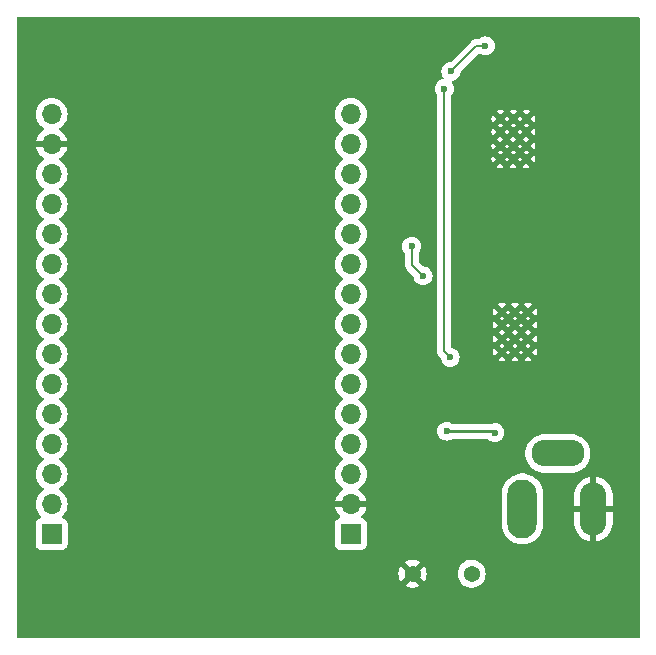
<source format=gbr>
%TF.GenerationSoftware,KiCad,Pcbnew,8.0.5*%
%TF.CreationDate,2025-03-07T15:27:06-05:00*%
%TF.ProjectId,TrainTrackerTest,54726169-6e54-4726-9163-6b6572546573,rev?*%
%TF.SameCoordinates,Original*%
%TF.FileFunction,Copper,L2,Bot*%
%TF.FilePolarity,Positive*%
%FSLAX46Y46*%
G04 Gerber Fmt 4.6, Leading zero omitted, Abs format (unit mm)*
G04 Created by KiCad (PCBNEW 8.0.5) date 2025-03-07 15:27:06*
%MOMM*%
%LPD*%
G01*
G04 APERTURE LIST*
%TA.AperFunction,ComponentPad*%
%ADD10C,0.499999*%
%TD*%
%TA.AperFunction,ComponentPad*%
%ADD11O,2.500000X5.000000*%
%TD*%
%TA.AperFunction,ComponentPad*%
%ADD12O,2.250000X4.500000*%
%TD*%
%TA.AperFunction,ComponentPad*%
%ADD13O,4.500000X2.250000*%
%TD*%
%TA.AperFunction,ComponentPad*%
%ADD14C,1.371600*%
%TD*%
%TA.AperFunction,ComponentPad*%
%ADD15R,1.700000X1.700000*%
%TD*%
%TA.AperFunction,ComponentPad*%
%ADD16O,1.700000X1.700000*%
%TD*%
%TA.AperFunction,ViaPad*%
%ADD17C,0.600000*%
%TD*%
%TA.AperFunction,Conductor*%
%ADD18C,0.200000*%
%TD*%
%TA.AperFunction,Conductor*%
%ADD19C,0.254000*%
%TD*%
G04 APERTURE END LIST*
D10*
%TO.P,U1,V*%
%TO.N,GND*%
X109440638Y-76852202D03*
X109440638Y-77952202D03*
X109440638Y-79152202D03*
X109440638Y-80252202D03*
X110540638Y-76852202D03*
X110540638Y-77952202D03*
X110540638Y-79152202D03*
X110540638Y-80252202D03*
X111640638Y-76852202D03*
X111640638Y-77952202D03*
X111640638Y-79152202D03*
X111640638Y-80252202D03*
%TD*%
%TO.P,U2,V*%
%TO.N,GND*%
X109313719Y-60500401D03*
X109313719Y-61600401D03*
X109313719Y-62800401D03*
X109313719Y-63900401D03*
X110413719Y-60500401D03*
X110413719Y-61600401D03*
X110413719Y-62800401D03*
X110413719Y-63900401D03*
X111513719Y-60500401D03*
X111513719Y-61600401D03*
X111513719Y-62800401D03*
X111513719Y-63900401D03*
%TD*%
D11*
%TO.P,J1,1*%
%TO.N,/5V*%
X111180000Y-93530000D03*
D12*
%TO.P,J1,2*%
%TO.N,GND*%
X117180000Y-93530000D03*
D13*
%TO.P,J1,3*%
%TO.N,unconnected-(J1-Pad3)*%
X114180000Y-88830000D03*
%TD*%
D14*
%TO.P,C1,1*%
%TO.N,GND*%
X101874850Y-99020000D03*
%TO.P,C1,2*%
%TO.N,/5V*%
X106878650Y-99020000D03*
%TD*%
D15*
%TO.P,J2,1,Pin_1*%
%TO.N,/3V3*%
X96644600Y-95656400D03*
D16*
%TO.P,J2,2,Pin_2*%
%TO.N,GND*%
X96644600Y-93116400D03*
%TO.P,J2,3,Pin_3*%
%TO.N,/GSCLK*%
X96644600Y-90576400D03*
%TO.P,J2,4,Pin_4*%
%TO.N,/D2*%
X96644600Y-88036400D03*
%TO.P,J2,5,Pin_5*%
%TO.N,/D4*%
X96644600Y-85496400D03*
%TO.P,J2,6,Pin_6*%
%TO.N,/RX2*%
X96644600Y-82956400D03*
%TO.P,J2,7,Pin_7*%
%TO.N,/TX2*%
X96644600Y-80416400D03*
%TO.P,J2,8,Pin_8*%
%TO.N,/LAT*%
X96644600Y-77876400D03*
%TO.P,J2,9,Pin_9*%
%TO.N,/SCLK*%
X96644600Y-75336400D03*
%TO.P,J2,10,Pin_10*%
%TO.N,/D19*%
X96644600Y-72796400D03*
%TO.P,J2,11,Pin_11*%
%TO.N,/D21*%
X96644600Y-70256400D03*
%TO.P,J2,12,Pin_12*%
%TO.N,/RX0*%
X96644600Y-67716400D03*
%TO.P,J2,13,Pin_13*%
%TO.N,/TX0*%
X96644600Y-65176400D03*
%TO.P,J2,14,Pin_14*%
%TO.N,/D22*%
X96644600Y-62636400D03*
%TO.P,J2,15,Pin_15*%
%TO.N,/DATA*%
X96644600Y-60096400D03*
%TD*%
D15*
%TO.P,J3,1,Pin_1*%
%TO.N,/EN*%
X71314600Y-95656400D03*
D16*
%TO.P,J3,2,Pin_2*%
%TO.N,/VP*%
X71314600Y-93116400D03*
%TO.P,J3,3,Pin_3*%
%TO.N,/VN*%
X71314600Y-90576400D03*
%TO.P,J3,4,Pin_4*%
%TO.N,/D34*%
X71314600Y-88036400D03*
%TO.P,J3,5,Pin_5*%
%TO.N,/D35*%
X71314600Y-85496400D03*
%TO.P,J3,6,Pin_6*%
%TO.N,/D32*%
X71314600Y-82956400D03*
%TO.P,J3,7,Pin_7*%
%TO.N,/D33*%
X71314600Y-80416400D03*
%TO.P,J3,8,Pin_8*%
%TO.N,/D25*%
X71314600Y-77876400D03*
%TO.P,J3,9,Pin_9*%
%TO.N,/D26*%
X71314600Y-75336400D03*
%TO.P,J3,10,Pin_10*%
%TO.N,/D27*%
X71314600Y-72796400D03*
%TO.P,J3,11,Pin_11*%
%TO.N,/D14*%
X71314600Y-70256400D03*
%TO.P,J3,12,Pin_12*%
%TO.N,/D12*%
X71314600Y-67716400D03*
%TO.P,J3,13,Pin_13*%
%TO.N,/D13*%
X71314600Y-65176400D03*
%TO.P,J3,14,Pin_14*%
%TO.N,GND*%
X71314600Y-62636400D03*
%TO.P,J3,15,Pin_15*%
%TO.N,/Vin*%
X71314600Y-60096400D03*
%TD*%
D17*
%TO.N,GND*%
X115750000Y-99110000D03*
%TO.N,/5V*%
X108840000Y-87080000D03*
X104770000Y-86950000D03*
X101803200Y-71302216D03*
X102759548Y-73800148D03*
%TO.N,GND*%
X109960000Y-81870000D03*
X115036600Y-54787800D03*
X73130000Y-62010000D03*
X110963799Y-65405000D03*
X115747800Y-69138800D03*
X117690000Y-73300000D03*
X94386400Y-91338400D03*
X115470000Y-85490000D03*
%TO.N,/SOUT*%
X104569115Y-57950409D03*
X105054400Y-80695800D03*
%TO.N,/LAT*%
X105130600Y-56489600D03*
X108051600Y-54330600D03*
%TD*%
D18*
%TO.N,/5V*%
X108710000Y-86950000D02*
X108840000Y-87080000D01*
D19*
X104770000Y-86950000D02*
X108710000Y-86950000D01*
D18*
X101854000Y-71353016D02*
X101854000Y-72894600D01*
X101803200Y-71302216D02*
X101854000Y-71353016D01*
X101854000Y-72894600D02*
X102759548Y-73800148D01*
%TO.N,/SOUT*%
X104569115Y-57950409D02*
X104530600Y-57988924D01*
X104530600Y-57988924D02*
X104530600Y-80172000D01*
X104530600Y-80172000D02*
X105054400Y-80695800D01*
%TO.N,/LAT*%
X107289600Y-54330600D02*
X105130600Y-56489600D01*
X108051600Y-54330600D02*
X107289600Y-54330600D01*
%TD*%
%TA.AperFunction,Conductor*%
%TO.N,GND*%
G36*
X121062539Y-51880185D02*
G01*
X121108294Y-51932989D01*
X121119500Y-51984500D01*
X121119500Y-104353700D01*
X121099815Y-104420739D01*
X121047011Y-104466494D01*
X120995500Y-104477700D01*
X68494500Y-104477700D01*
X68427461Y-104458015D01*
X68381706Y-104405211D01*
X68370500Y-104353700D01*
X68370500Y-99019999D01*
X100683970Y-99019999D01*
X100683970Y-99020000D01*
X100704246Y-99238819D01*
X100764388Y-99450200D01*
X100764389Y-99450201D01*
X100862337Y-99646908D01*
X100862344Y-99646920D01*
X100876125Y-99665168D01*
X101447571Y-99093723D01*
X101472476Y-99186669D01*
X101529324Y-99285131D01*
X101609719Y-99365526D01*
X101708181Y-99422374D01*
X101801124Y-99447277D01*
X101231836Y-100016565D01*
X101231837Y-100016566D01*
X101344025Y-100086030D01*
X101344031Y-100086032D01*
X101548951Y-100165418D01*
X101764971Y-100205800D01*
X101984729Y-100205800D01*
X102200747Y-100165418D01*
X102200748Y-100165418D01*
X102405670Y-100086032D01*
X102405671Y-100086031D01*
X102517862Y-100016565D01*
X101948575Y-99447277D01*
X102041519Y-99422374D01*
X102139981Y-99365526D01*
X102220376Y-99285131D01*
X102277224Y-99186669D01*
X102302127Y-99093724D01*
X102873572Y-99665168D01*
X102873573Y-99665168D01*
X102887355Y-99646920D01*
X102887357Y-99646915D01*
X102985311Y-99450198D01*
X103045453Y-99238819D01*
X103065730Y-99020000D01*
X105687268Y-99020000D01*
X105707553Y-99238913D01*
X105767719Y-99450379D01*
X105865713Y-99647176D01*
X105865718Y-99647184D01*
X105879299Y-99665168D01*
X105998208Y-99822629D01*
X106160682Y-99970743D01*
X106234687Y-100016565D01*
X106346879Y-100086032D01*
X106347605Y-100086481D01*
X106552613Y-100165902D01*
X106768723Y-100206300D01*
X106768725Y-100206300D01*
X106988575Y-100206300D01*
X106988577Y-100206300D01*
X107204687Y-100165902D01*
X107409695Y-100086481D01*
X107596618Y-99970743D01*
X107759092Y-99822629D01*
X107891583Y-99647182D01*
X107989581Y-99450377D01*
X108049746Y-99238916D01*
X108070032Y-99020000D01*
X108049746Y-98801084D01*
X107989581Y-98589623D01*
X107989580Y-98589620D01*
X107891586Y-98392823D01*
X107891581Y-98392815D01*
X107857118Y-98347179D01*
X107759092Y-98217371D01*
X107596618Y-98069257D01*
X107522610Y-98023433D01*
X107409696Y-97953519D01*
X107409694Y-97953518D01*
X107338932Y-97926105D01*
X107204687Y-97874098D01*
X106988577Y-97833700D01*
X106768723Y-97833700D01*
X106552613Y-97874098D01*
X106495369Y-97896274D01*
X106347605Y-97953518D01*
X106347603Y-97953519D01*
X106160686Y-98069254D01*
X106160684Y-98069255D01*
X106160682Y-98069257D01*
X105998208Y-98217371D01*
X105998207Y-98217372D01*
X105865718Y-98392815D01*
X105865713Y-98392823D01*
X105767719Y-98589620D01*
X105707553Y-98801086D01*
X105687268Y-99020000D01*
X103065730Y-99020000D01*
X103065730Y-99019999D01*
X103045453Y-98801180D01*
X102985311Y-98589799D01*
X102985310Y-98589798D01*
X102887361Y-98393088D01*
X102887356Y-98393081D01*
X102873572Y-98374829D01*
X102302127Y-98946274D01*
X102277224Y-98853331D01*
X102220376Y-98754869D01*
X102139981Y-98674474D01*
X102041519Y-98617626D01*
X101948574Y-98592722D01*
X102517862Y-98023433D01*
X102517861Y-98023432D01*
X102405674Y-97953970D01*
X102405668Y-97953967D01*
X102200748Y-97874581D01*
X101984729Y-97834200D01*
X101764971Y-97834200D01*
X101548952Y-97874581D01*
X101548951Y-97874581D01*
X101344032Y-97953966D01*
X101231836Y-98023433D01*
X101801125Y-98592721D01*
X101708181Y-98617626D01*
X101609719Y-98674474D01*
X101529324Y-98754869D01*
X101472476Y-98853331D01*
X101447572Y-98946275D01*
X100876126Y-98374829D01*
X100862347Y-98393075D01*
X100862339Y-98393088D01*
X100764388Y-98589801D01*
X100704246Y-98801180D01*
X100683970Y-99019999D01*
X68370500Y-99019999D01*
X68370500Y-60096399D01*
X69958941Y-60096399D01*
X69958941Y-60096400D01*
X69979536Y-60331803D01*
X69979538Y-60331813D01*
X70040694Y-60560055D01*
X70040696Y-60560059D01*
X70040697Y-60560063D01*
X70104482Y-60696849D01*
X70140565Y-60774230D01*
X70140567Y-60774234D01*
X70276101Y-60967795D01*
X70276106Y-60967802D01*
X70443197Y-61134893D01*
X70443203Y-61134898D01*
X70629194Y-61265130D01*
X70672819Y-61319707D01*
X70680013Y-61389205D01*
X70648490Y-61451560D01*
X70629195Y-61468280D01*
X70443522Y-61598290D01*
X70443520Y-61598291D01*
X70276491Y-61765320D01*
X70276486Y-61765326D01*
X70141000Y-61958820D01*
X70140999Y-61958822D01*
X70041170Y-62172907D01*
X70041167Y-62172913D01*
X69983964Y-62386399D01*
X69983964Y-62386400D01*
X70881588Y-62386400D01*
X70848675Y-62443407D01*
X70814600Y-62570574D01*
X70814600Y-62702226D01*
X70848675Y-62829393D01*
X70881588Y-62886400D01*
X69983964Y-62886400D01*
X70041167Y-63099886D01*
X70041170Y-63099892D01*
X70140999Y-63313978D01*
X70276494Y-63507482D01*
X70443517Y-63674505D01*
X70629195Y-63804519D01*
X70672819Y-63859096D01*
X70680012Y-63928595D01*
X70648490Y-63990949D01*
X70629195Y-64007669D01*
X70443194Y-64137908D01*
X70276105Y-64304997D01*
X70140565Y-64498569D01*
X70140564Y-64498571D01*
X70040698Y-64712735D01*
X70040694Y-64712744D01*
X69979538Y-64940986D01*
X69979536Y-64940996D01*
X69958941Y-65176399D01*
X69958941Y-65176400D01*
X69979536Y-65411803D01*
X69979538Y-65411813D01*
X70040694Y-65640055D01*
X70040696Y-65640059D01*
X70040697Y-65640063D01*
X70140565Y-65854230D01*
X70140567Y-65854234D01*
X70276101Y-66047795D01*
X70276106Y-66047802D01*
X70443197Y-66214893D01*
X70443203Y-66214898D01*
X70628758Y-66344825D01*
X70672383Y-66399402D01*
X70679577Y-66468900D01*
X70648054Y-66531255D01*
X70628758Y-66547975D01*
X70443197Y-66677905D01*
X70276105Y-66844997D01*
X70140565Y-67038569D01*
X70140564Y-67038571D01*
X70040698Y-67252735D01*
X70040694Y-67252744D01*
X69979538Y-67480986D01*
X69979536Y-67480996D01*
X69958941Y-67716399D01*
X69958941Y-67716400D01*
X69979536Y-67951803D01*
X69979538Y-67951813D01*
X70040694Y-68180055D01*
X70040696Y-68180059D01*
X70040697Y-68180063D01*
X70140565Y-68394230D01*
X70140567Y-68394234D01*
X70276101Y-68587795D01*
X70276106Y-68587802D01*
X70443197Y-68754893D01*
X70443203Y-68754898D01*
X70628758Y-68884825D01*
X70672383Y-68939402D01*
X70679577Y-69008900D01*
X70648054Y-69071255D01*
X70628758Y-69087975D01*
X70443197Y-69217905D01*
X70276105Y-69384997D01*
X70140565Y-69578569D01*
X70140564Y-69578571D01*
X70040698Y-69792735D01*
X70040694Y-69792744D01*
X69979538Y-70020986D01*
X69979536Y-70020996D01*
X69958941Y-70256399D01*
X69958941Y-70256400D01*
X69979536Y-70491803D01*
X69979538Y-70491813D01*
X70040694Y-70720055D01*
X70040696Y-70720059D01*
X70040697Y-70720063D01*
X70077951Y-70799954D01*
X70140565Y-70934230D01*
X70140567Y-70934234D01*
X70248881Y-71088921D01*
X70272719Y-71122966D01*
X70276101Y-71127795D01*
X70276106Y-71127802D01*
X70443197Y-71294893D01*
X70443203Y-71294898D01*
X70628758Y-71424825D01*
X70672383Y-71479402D01*
X70679577Y-71548900D01*
X70648054Y-71611255D01*
X70628758Y-71627975D01*
X70443197Y-71757905D01*
X70276105Y-71924997D01*
X70140565Y-72118569D01*
X70140564Y-72118571D01*
X70040698Y-72332735D01*
X70040694Y-72332744D01*
X69979538Y-72560986D01*
X69979536Y-72560996D01*
X69958941Y-72796399D01*
X69958941Y-72796400D01*
X69979536Y-73031803D01*
X69979538Y-73031813D01*
X70040694Y-73260055D01*
X70040696Y-73260059D01*
X70040697Y-73260063D01*
X70094349Y-73375120D01*
X70140565Y-73474230D01*
X70140567Y-73474234D01*
X70276101Y-73667795D01*
X70276106Y-73667802D01*
X70443197Y-73834893D01*
X70443203Y-73834898D01*
X70628758Y-73964825D01*
X70672383Y-74019402D01*
X70679577Y-74088900D01*
X70648054Y-74151255D01*
X70628758Y-74167975D01*
X70443197Y-74297905D01*
X70276105Y-74464997D01*
X70140565Y-74658569D01*
X70140564Y-74658571D01*
X70040698Y-74872735D01*
X70040694Y-74872744D01*
X69979538Y-75100986D01*
X69979536Y-75100996D01*
X69958941Y-75336399D01*
X69958941Y-75336400D01*
X69979536Y-75571803D01*
X69979538Y-75571813D01*
X70040694Y-75800055D01*
X70040696Y-75800059D01*
X70040697Y-75800063D01*
X70140565Y-76014230D01*
X70140567Y-76014234D01*
X70276101Y-76207795D01*
X70276106Y-76207802D01*
X70443197Y-76374893D01*
X70443203Y-76374898D01*
X70628758Y-76504825D01*
X70672383Y-76559402D01*
X70679577Y-76628900D01*
X70648054Y-76691255D01*
X70628758Y-76707975D01*
X70443197Y-76837905D01*
X70276105Y-77004997D01*
X70140565Y-77198569D01*
X70140564Y-77198571D01*
X70040698Y-77412735D01*
X70040694Y-77412744D01*
X69979538Y-77640986D01*
X69979536Y-77640996D01*
X69958941Y-77876399D01*
X69958941Y-77876400D01*
X69979536Y-78111803D01*
X69979538Y-78111813D01*
X70040694Y-78340055D01*
X70040696Y-78340059D01*
X70040697Y-78340063D01*
X70139619Y-78552202D01*
X70140565Y-78554230D01*
X70140567Y-78554234D01*
X70276101Y-78747795D01*
X70276106Y-78747802D01*
X70443197Y-78914893D01*
X70443203Y-78914898D01*
X70628758Y-79044825D01*
X70672383Y-79099402D01*
X70679577Y-79168900D01*
X70648054Y-79231255D01*
X70628758Y-79247975D01*
X70443197Y-79377905D01*
X70276105Y-79544997D01*
X70140565Y-79738569D01*
X70140564Y-79738571D01*
X70040698Y-79952735D01*
X70040694Y-79952744D01*
X69979538Y-80180986D01*
X69979536Y-80180996D01*
X69958941Y-80416399D01*
X69958941Y-80416400D01*
X69979536Y-80651803D01*
X69979538Y-80651813D01*
X70040694Y-80880055D01*
X70040696Y-80880059D01*
X70040697Y-80880063D01*
X70065134Y-80932468D01*
X70140565Y-81094230D01*
X70140567Y-81094234D01*
X70276101Y-81287795D01*
X70276106Y-81287802D01*
X70443197Y-81454893D01*
X70443203Y-81454898D01*
X70628758Y-81584825D01*
X70672383Y-81639402D01*
X70679577Y-81708900D01*
X70648054Y-81771255D01*
X70628758Y-81787975D01*
X70443197Y-81917905D01*
X70276105Y-82084997D01*
X70140565Y-82278569D01*
X70140564Y-82278571D01*
X70040698Y-82492735D01*
X70040694Y-82492744D01*
X69979538Y-82720986D01*
X69979536Y-82720996D01*
X69958941Y-82956399D01*
X69958941Y-82956400D01*
X69979536Y-83191803D01*
X69979538Y-83191813D01*
X70040694Y-83420055D01*
X70040696Y-83420059D01*
X70040697Y-83420063D01*
X70140565Y-83634230D01*
X70140567Y-83634234D01*
X70276101Y-83827795D01*
X70276106Y-83827802D01*
X70443197Y-83994893D01*
X70443203Y-83994898D01*
X70628758Y-84124825D01*
X70672383Y-84179402D01*
X70679577Y-84248900D01*
X70648054Y-84311255D01*
X70628758Y-84327975D01*
X70443197Y-84457905D01*
X70276105Y-84624997D01*
X70140565Y-84818569D01*
X70140564Y-84818571D01*
X70040698Y-85032735D01*
X70040694Y-85032744D01*
X69979538Y-85260986D01*
X69979536Y-85260996D01*
X69958941Y-85496399D01*
X69958941Y-85496400D01*
X69979536Y-85731803D01*
X69979538Y-85731813D01*
X70040694Y-85960055D01*
X70040696Y-85960059D01*
X70040697Y-85960063D01*
X70126671Y-86144435D01*
X70140565Y-86174230D01*
X70140567Y-86174234D01*
X70276101Y-86367795D01*
X70276106Y-86367802D01*
X70443197Y-86534893D01*
X70443203Y-86534898D01*
X70628758Y-86664825D01*
X70672383Y-86719402D01*
X70679577Y-86788900D01*
X70648054Y-86851255D01*
X70628758Y-86867975D01*
X70443197Y-86997905D01*
X70276105Y-87164997D01*
X70140565Y-87358569D01*
X70140564Y-87358571D01*
X70040698Y-87572735D01*
X70040694Y-87572744D01*
X69979538Y-87800986D01*
X69979536Y-87800996D01*
X69958941Y-88036399D01*
X69958941Y-88036400D01*
X69979536Y-88271803D01*
X69979538Y-88271813D01*
X70040694Y-88500055D01*
X70040696Y-88500059D01*
X70040697Y-88500063D01*
X70134895Y-88702070D01*
X70140565Y-88714230D01*
X70140567Y-88714234D01*
X70276101Y-88907795D01*
X70276106Y-88907802D01*
X70443197Y-89074893D01*
X70443203Y-89074898D01*
X70628758Y-89204825D01*
X70672383Y-89259402D01*
X70679577Y-89328900D01*
X70648054Y-89391255D01*
X70628758Y-89407975D01*
X70443197Y-89537905D01*
X70276105Y-89704997D01*
X70140565Y-89898569D01*
X70140564Y-89898571D01*
X70040698Y-90112735D01*
X70040694Y-90112744D01*
X69979538Y-90340986D01*
X69979536Y-90340996D01*
X69958941Y-90576399D01*
X69958941Y-90576400D01*
X69979536Y-90811803D01*
X69979538Y-90811813D01*
X70040694Y-91040055D01*
X70040696Y-91040059D01*
X70040697Y-91040063D01*
X70099199Y-91165521D01*
X70140565Y-91254230D01*
X70140567Y-91254234D01*
X70276101Y-91447795D01*
X70276106Y-91447802D01*
X70443197Y-91614893D01*
X70443203Y-91614898D01*
X70628758Y-91744825D01*
X70672383Y-91799402D01*
X70679577Y-91868900D01*
X70648054Y-91931255D01*
X70628758Y-91947975D01*
X70443197Y-92077905D01*
X70276105Y-92244997D01*
X70140565Y-92438569D01*
X70140564Y-92438571D01*
X70040698Y-92652735D01*
X70040694Y-92652744D01*
X69979538Y-92880986D01*
X69979536Y-92880996D01*
X69958941Y-93116399D01*
X69958941Y-93116400D01*
X69979536Y-93351803D01*
X69979538Y-93351813D01*
X70040694Y-93580055D01*
X70040696Y-93580059D01*
X70040697Y-93580063D01*
X70133929Y-93780000D01*
X70140565Y-93794230D01*
X70140567Y-93794234D01*
X70248881Y-93948921D01*
X70276101Y-93987796D01*
X70276106Y-93987802D01*
X70398030Y-94109726D01*
X70431515Y-94171049D01*
X70426531Y-94240741D01*
X70384659Y-94296674D01*
X70353683Y-94313589D01*
X70222269Y-94362603D01*
X70222264Y-94362606D01*
X70107055Y-94448852D01*
X70107052Y-94448855D01*
X70020806Y-94564064D01*
X70020802Y-94564071D01*
X69970508Y-94698917D01*
X69967920Y-94722993D01*
X69964101Y-94758523D01*
X69964100Y-94758535D01*
X69964100Y-96554270D01*
X69964101Y-96554276D01*
X69970508Y-96613883D01*
X70020802Y-96748728D01*
X70020806Y-96748735D01*
X70107052Y-96863944D01*
X70107055Y-96863947D01*
X70222264Y-96950193D01*
X70222271Y-96950197D01*
X70357117Y-97000491D01*
X70357116Y-97000491D01*
X70364044Y-97001235D01*
X70416727Y-97006900D01*
X72212472Y-97006899D01*
X72272083Y-97000491D01*
X72406931Y-96950196D01*
X72522146Y-96863946D01*
X72608396Y-96748731D01*
X72658691Y-96613883D01*
X72665100Y-96554273D01*
X72665099Y-94758528D01*
X72658691Y-94698917D01*
X72608396Y-94564069D01*
X72608395Y-94564068D01*
X72608393Y-94564064D01*
X72522147Y-94448855D01*
X72522144Y-94448852D01*
X72406935Y-94362606D01*
X72406928Y-94362602D01*
X72275517Y-94313589D01*
X72219583Y-94271718D01*
X72195166Y-94206253D01*
X72210018Y-94137980D01*
X72231163Y-94109732D01*
X72353095Y-93987801D01*
X72488635Y-93794230D01*
X72588503Y-93580063D01*
X72649663Y-93351808D01*
X72670259Y-93116400D01*
X72649663Y-92880992D01*
X72588503Y-92652737D01*
X72488635Y-92438571D01*
X72417520Y-92337007D01*
X72353094Y-92244997D01*
X72186002Y-92077906D01*
X72185996Y-92077901D01*
X72000442Y-91947975D01*
X71956817Y-91893398D01*
X71949623Y-91823900D01*
X71981146Y-91761545D01*
X72000442Y-91744825D01*
X72041448Y-91716112D01*
X72186001Y-91614895D01*
X72353095Y-91447801D01*
X72488635Y-91254230D01*
X72588503Y-91040063D01*
X72649663Y-90811808D01*
X72670259Y-90576400D01*
X72649663Y-90340992D01*
X72588503Y-90112737D01*
X72488635Y-89898571D01*
X72481892Y-89888940D01*
X72353094Y-89704997D01*
X72186002Y-89537906D01*
X72185996Y-89537901D01*
X72000442Y-89407975D01*
X71956817Y-89353398D01*
X71949623Y-89283900D01*
X71981146Y-89221545D01*
X72000442Y-89204825D01*
X72022626Y-89189291D01*
X72186001Y-89074895D01*
X72353095Y-88907801D01*
X72488635Y-88714230D01*
X72588503Y-88500063D01*
X72649663Y-88271808D01*
X72670259Y-88036400D01*
X72649663Y-87800992D01*
X72603226Y-87627685D01*
X72588505Y-87572744D01*
X72588504Y-87572743D01*
X72588503Y-87572737D01*
X72488635Y-87358571D01*
X72464142Y-87323590D01*
X72353094Y-87164997D01*
X72186002Y-86997906D01*
X72185996Y-86997901D01*
X72000442Y-86867975D01*
X71956817Y-86813398D01*
X71949623Y-86743900D01*
X71981146Y-86681545D01*
X72000442Y-86664825D01*
X72092339Y-86600478D01*
X72186001Y-86534895D01*
X72353095Y-86367801D01*
X72488635Y-86174230D01*
X72588503Y-85960063D01*
X72649663Y-85731808D01*
X72670259Y-85496400D01*
X72649663Y-85260992D01*
X72588503Y-85032737D01*
X72488635Y-84818571D01*
X72353095Y-84624999D01*
X72353094Y-84624997D01*
X72186002Y-84457906D01*
X72185996Y-84457901D01*
X72000442Y-84327975D01*
X71956817Y-84273398D01*
X71949623Y-84203900D01*
X71981146Y-84141545D01*
X72000442Y-84124825D01*
X72022626Y-84109291D01*
X72186001Y-83994895D01*
X72353095Y-83827801D01*
X72488635Y-83634230D01*
X72588503Y-83420063D01*
X72649663Y-83191808D01*
X72670259Y-82956400D01*
X72649663Y-82720992D01*
X72588503Y-82492737D01*
X72488635Y-82278571D01*
X72353095Y-82084999D01*
X72353094Y-82084997D01*
X72186002Y-81917906D01*
X72185996Y-81917901D01*
X72000442Y-81787975D01*
X71956817Y-81733398D01*
X71949623Y-81663900D01*
X71981146Y-81601545D01*
X72000442Y-81584825D01*
X72119635Y-81501365D01*
X72186001Y-81454895D01*
X72353095Y-81287801D01*
X72488635Y-81094230D01*
X72588503Y-80880063D01*
X72649663Y-80651808D01*
X72670259Y-80416400D01*
X72649663Y-80180992D01*
X72603226Y-80007685D01*
X72588505Y-79952744D01*
X72588504Y-79952743D01*
X72588503Y-79952737D01*
X72488635Y-79738571D01*
X72463170Y-79702202D01*
X72353094Y-79544997D01*
X72186002Y-79377906D01*
X72185996Y-79377901D01*
X72000442Y-79247975D01*
X71956817Y-79193398D01*
X71949623Y-79123900D01*
X71981146Y-79061545D01*
X72000442Y-79044825D01*
X72064741Y-78999802D01*
X72186001Y-78914895D01*
X72353095Y-78747801D01*
X72488635Y-78554230D01*
X72588503Y-78340063D01*
X72649663Y-78111808D01*
X72670259Y-77876400D01*
X72649663Y-77640992D01*
X72588503Y-77412737D01*
X72488635Y-77198571D01*
X72474873Y-77178916D01*
X72353094Y-77004997D01*
X72186002Y-76837906D01*
X72185996Y-76837901D01*
X72000442Y-76707975D01*
X71956817Y-76653398D01*
X71949623Y-76583900D01*
X71981146Y-76521545D01*
X72000442Y-76504825D01*
X72022626Y-76489291D01*
X72186001Y-76374895D01*
X72353095Y-76207801D01*
X72488635Y-76014230D01*
X72588503Y-75800063D01*
X72649663Y-75571808D01*
X72670259Y-75336400D01*
X72649663Y-75100992D01*
X72588503Y-74872737D01*
X72488635Y-74658571D01*
X72437483Y-74585517D01*
X72353094Y-74464997D01*
X72186002Y-74297906D01*
X72185996Y-74297901D01*
X72000442Y-74167975D01*
X71956817Y-74113398D01*
X71949623Y-74043900D01*
X71981146Y-73981545D01*
X72000442Y-73964825D01*
X72103764Y-73892478D01*
X72186001Y-73834895D01*
X72353095Y-73667801D01*
X72488635Y-73474230D01*
X72588503Y-73260063D01*
X72649663Y-73031808D01*
X72670259Y-72796400D01*
X72649663Y-72560992D01*
X72588503Y-72332737D01*
X72488635Y-72118571D01*
X72360768Y-71935956D01*
X72353094Y-71924997D01*
X72186002Y-71757906D01*
X72185996Y-71757901D01*
X72000442Y-71627975D01*
X71956817Y-71573398D01*
X71949623Y-71503900D01*
X71981146Y-71441545D01*
X72000442Y-71424825D01*
X72175541Y-71302219D01*
X72186001Y-71294895D01*
X72353095Y-71127801D01*
X72488635Y-70934230D01*
X72588503Y-70720063D01*
X72649663Y-70491808D01*
X72670259Y-70256400D01*
X72649663Y-70020992D01*
X72588503Y-69792737D01*
X72488635Y-69578571D01*
X72353095Y-69384999D01*
X72353094Y-69384997D01*
X72186002Y-69217906D01*
X72185996Y-69217901D01*
X72000442Y-69087975D01*
X71956817Y-69033398D01*
X71949623Y-68963900D01*
X71981146Y-68901545D01*
X72000442Y-68884825D01*
X72022626Y-68869291D01*
X72186001Y-68754895D01*
X72353095Y-68587801D01*
X72488635Y-68394230D01*
X72588503Y-68180063D01*
X72649663Y-67951808D01*
X72670259Y-67716400D01*
X72649663Y-67480992D01*
X72588503Y-67252737D01*
X72488635Y-67038571D01*
X72353095Y-66844999D01*
X72353094Y-66844997D01*
X72186002Y-66677906D01*
X72185996Y-66677901D01*
X72000442Y-66547975D01*
X71956817Y-66493398D01*
X71949623Y-66423900D01*
X71981146Y-66361545D01*
X72000442Y-66344825D01*
X72022626Y-66329291D01*
X72186001Y-66214895D01*
X72353095Y-66047801D01*
X72488635Y-65854230D01*
X72588503Y-65640063D01*
X72649663Y-65411808D01*
X72670259Y-65176400D01*
X72649663Y-64940992D01*
X72588503Y-64712737D01*
X72488635Y-64498571D01*
X72353095Y-64304999D01*
X72353094Y-64304997D01*
X72186002Y-64137906D01*
X72186001Y-64137905D01*
X72000005Y-64007669D01*
X71956381Y-63953092D01*
X71949188Y-63883593D01*
X71980710Y-63821239D01*
X72000005Y-63804519D01*
X72185682Y-63674505D01*
X72352705Y-63507482D01*
X72488200Y-63313978D01*
X72588029Y-63099892D01*
X72588032Y-63099886D01*
X72645236Y-62886400D01*
X71747612Y-62886400D01*
X71780525Y-62829393D01*
X71814600Y-62702226D01*
X71814600Y-62570574D01*
X71780525Y-62443407D01*
X71747612Y-62386400D01*
X72645236Y-62386400D01*
X72645235Y-62386399D01*
X72588032Y-62172913D01*
X72588029Y-62172907D01*
X72488200Y-61958822D01*
X72488199Y-61958820D01*
X72352713Y-61765326D01*
X72352708Y-61765320D01*
X72185678Y-61598290D01*
X72000005Y-61468279D01*
X71956380Y-61413702D01*
X71949188Y-61344204D01*
X71980710Y-61281849D01*
X72000006Y-61265130D01*
X72026114Y-61246849D01*
X72186001Y-61134895D01*
X72353095Y-60967801D01*
X72488635Y-60774230D01*
X72588503Y-60560063D01*
X72649663Y-60331808D01*
X72670259Y-60096400D01*
X72670259Y-60096399D01*
X95288941Y-60096399D01*
X95288941Y-60096400D01*
X95309536Y-60331803D01*
X95309538Y-60331813D01*
X95370694Y-60560055D01*
X95370696Y-60560059D01*
X95370697Y-60560063D01*
X95434482Y-60696849D01*
X95470565Y-60774230D01*
X95470567Y-60774234D01*
X95606101Y-60967795D01*
X95606106Y-60967802D01*
X95773197Y-61134893D01*
X95773203Y-61134898D01*
X95958758Y-61264825D01*
X96002383Y-61319402D01*
X96009577Y-61388900D01*
X95978054Y-61451255D01*
X95958758Y-61467975D01*
X95773197Y-61597905D01*
X95606105Y-61764997D01*
X95470565Y-61958569D01*
X95470564Y-61958571D01*
X95370698Y-62172735D01*
X95370694Y-62172744D01*
X95309538Y-62400986D01*
X95309536Y-62400996D01*
X95288941Y-62636399D01*
X95288941Y-62636400D01*
X95309536Y-62871803D01*
X95309538Y-62871813D01*
X95370694Y-63100055D01*
X95370696Y-63100059D01*
X95370697Y-63100063D01*
X95470447Y-63313978D01*
X95470565Y-63314230D01*
X95470567Y-63314234D01*
X95606101Y-63507795D01*
X95606106Y-63507802D01*
X95773197Y-63674893D01*
X95773203Y-63674898D01*
X95958758Y-63804825D01*
X96002383Y-63859402D01*
X96009577Y-63928900D01*
X95978054Y-63991255D01*
X95958758Y-64007975D01*
X95773197Y-64137905D01*
X95606105Y-64304997D01*
X95470565Y-64498569D01*
X95470564Y-64498571D01*
X95370698Y-64712735D01*
X95370694Y-64712744D01*
X95309538Y-64940986D01*
X95309536Y-64940996D01*
X95288941Y-65176399D01*
X95288941Y-65176400D01*
X95309536Y-65411803D01*
X95309538Y-65411813D01*
X95370694Y-65640055D01*
X95370696Y-65640059D01*
X95370697Y-65640063D01*
X95470565Y-65854230D01*
X95470567Y-65854234D01*
X95606101Y-66047795D01*
X95606106Y-66047802D01*
X95773197Y-66214893D01*
X95773203Y-66214898D01*
X95958758Y-66344825D01*
X96002383Y-66399402D01*
X96009577Y-66468900D01*
X95978054Y-66531255D01*
X95958758Y-66547975D01*
X95773197Y-66677905D01*
X95606105Y-66844997D01*
X95470565Y-67038569D01*
X95470564Y-67038571D01*
X95370698Y-67252735D01*
X95370694Y-67252744D01*
X95309538Y-67480986D01*
X95309536Y-67480996D01*
X95288941Y-67716399D01*
X95288941Y-67716400D01*
X95309536Y-67951803D01*
X95309538Y-67951813D01*
X95370694Y-68180055D01*
X95370696Y-68180059D01*
X95370697Y-68180063D01*
X95470565Y-68394230D01*
X95470567Y-68394234D01*
X95606101Y-68587795D01*
X95606106Y-68587802D01*
X95773197Y-68754893D01*
X95773203Y-68754898D01*
X95958758Y-68884825D01*
X96002383Y-68939402D01*
X96009577Y-69008900D01*
X95978054Y-69071255D01*
X95958758Y-69087975D01*
X95773197Y-69217905D01*
X95606105Y-69384997D01*
X95470565Y-69578569D01*
X95470564Y-69578571D01*
X95370698Y-69792735D01*
X95370694Y-69792744D01*
X95309538Y-70020986D01*
X95309536Y-70020996D01*
X95288941Y-70256399D01*
X95288941Y-70256400D01*
X95309536Y-70491803D01*
X95309538Y-70491813D01*
X95370694Y-70720055D01*
X95370696Y-70720059D01*
X95370697Y-70720063D01*
X95407951Y-70799954D01*
X95470565Y-70934230D01*
X95470567Y-70934234D01*
X95578881Y-71088921D01*
X95602719Y-71122966D01*
X95606101Y-71127795D01*
X95606106Y-71127802D01*
X95773197Y-71294893D01*
X95773203Y-71294898D01*
X95958758Y-71424825D01*
X96002383Y-71479402D01*
X96009577Y-71548900D01*
X95978054Y-71611255D01*
X95958758Y-71627975D01*
X95773197Y-71757905D01*
X95606105Y-71924997D01*
X95470565Y-72118569D01*
X95470564Y-72118571D01*
X95370698Y-72332735D01*
X95370694Y-72332744D01*
X95309538Y-72560986D01*
X95309536Y-72560996D01*
X95288941Y-72796399D01*
X95288941Y-72796400D01*
X95309536Y-73031803D01*
X95309538Y-73031813D01*
X95370694Y-73260055D01*
X95370696Y-73260059D01*
X95370697Y-73260063D01*
X95424349Y-73375120D01*
X95470565Y-73474230D01*
X95470567Y-73474234D01*
X95606101Y-73667795D01*
X95606106Y-73667802D01*
X95773197Y-73834893D01*
X95773203Y-73834898D01*
X95958758Y-73964825D01*
X96002383Y-74019402D01*
X96009577Y-74088900D01*
X95978054Y-74151255D01*
X95958758Y-74167975D01*
X95773197Y-74297905D01*
X95606105Y-74464997D01*
X95470565Y-74658569D01*
X95470564Y-74658571D01*
X95370698Y-74872735D01*
X95370694Y-74872744D01*
X95309538Y-75100986D01*
X95309536Y-75100996D01*
X95288941Y-75336399D01*
X95288941Y-75336400D01*
X95309536Y-75571803D01*
X95309538Y-75571813D01*
X95370694Y-75800055D01*
X95370696Y-75800059D01*
X95370697Y-75800063D01*
X95470565Y-76014230D01*
X95470567Y-76014234D01*
X95606101Y-76207795D01*
X95606106Y-76207802D01*
X95773197Y-76374893D01*
X95773203Y-76374898D01*
X95958758Y-76504825D01*
X96002383Y-76559402D01*
X96009577Y-76628900D01*
X95978054Y-76691255D01*
X95958758Y-76707975D01*
X95773197Y-76837905D01*
X95606105Y-77004997D01*
X95470565Y-77198569D01*
X95470564Y-77198571D01*
X95370698Y-77412735D01*
X95370694Y-77412744D01*
X95309538Y-77640986D01*
X95309536Y-77640996D01*
X95288941Y-77876399D01*
X95288941Y-77876400D01*
X95309536Y-78111803D01*
X95309538Y-78111813D01*
X95370694Y-78340055D01*
X95370696Y-78340059D01*
X95370697Y-78340063D01*
X95469619Y-78552202D01*
X95470565Y-78554230D01*
X95470567Y-78554234D01*
X95606101Y-78747795D01*
X95606106Y-78747802D01*
X95773197Y-78914893D01*
X95773203Y-78914898D01*
X95958758Y-79044825D01*
X96002383Y-79099402D01*
X96009577Y-79168900D01*
X95978054Y-79231255D01*
X95958758Y-79247975D01*
X95773197Y-79377905D01*
X95606105Y-79544997D01*
X95470565Y-79738569D01*
X95470564Y-79738571D01*
X95370698Y-79952735D01*
X95370694Y-79952744D01*
X95309538Y-80180986D01*
X95309536Y-80180996D01*
X95288941Y-80416399D01*
X95288941Y-80416400D01*
X95309536Y-80651803D01*
X95309538Y-80651813D01*
X95370694Y-80880055D01*
X95370696Y-80880059D01*
X95370697Y-80880063D01*
X95395134Y-80932468D01*
X95470565Y-81094230D01*
X95470567Y-81094234D01*
X95606101Y-81287795D01*
X95606106Y-81287802D01*
X95773197Y-81454893D01*
X95773203Y-81454898D01*
X95958758Y-81584825D01*
X96002383Y-81639402D01*
X96009577Y-81708900D01*
X95978054Y-81771255D01*
X95958758Y-81787975D01*
X95773197Y-81917905D01*
X95606105Y-82084997D01*
X95470565Y-82278569D01*
X95470564Y-82278571D01*
X95370698Y-82492735D01*
X95370694Y-82492744D01*
X95309538Y-82720986D01*
X95309536Y-82720996D01*
X95288941Y-82956399D01*
X95288941Y-82956400D01*
X95309536Y-83191803D01*
X95309538Y-83191813D01*
X95370694Y-83420055D01*
X95370696Y-83420059D01*
X95370697Y-83420063D01*
X95470565Y-83634230D01*
X95470567Y-83634234D01*
X95606101Y-83827795D01*
X95606106Y-83827802D01*
X95773197Y-83994893D01*
X95773203Y-83994898D01*
X95958758Y-84124825D01*
X96002383Y-84179402D01*
X96009577Y-84248900D01*
X95978054Y-84311255D01*
X95958758Y-84327975D01*
X95773197Y-84457905D01*
X95606105Y-84624997D01*
X95470565Y-84818569D01*
X95470564Y-84818571D01*
X95370698Y-85032735D01*
X95370694Y-85032744D01*
X95309538Y-85260986D01*
X95309536Y-85260996D01*
X95288941Y-85496399D01*
X95288941Y-85496400D01*
X95309536Y-85731803D01*
X95309538Y-85731813D01*
X95370694Y-85960055D01*
X95370696Y-85960059D01*
X95370697Y-85960063D01*
X95456671Y-86144435D01*
X95470565Y-86174230D01*
X95470567Y-86174234D01*
X95606101Y-86367795D01*
X95606106Y-86367802D01*
X95773197Y-86534893D01*
X95773203Y-86534898D01*
X95958758Y-86664825D01*
X96002383Y-86719402D01*
X96009577Y-86788900D01*
X95978054Y-86851255D01*
X95958758Y-86867975D01*
X95773197Y-86997905D01*
X95606105Y-87164997D01*
X95470565Y-87358569D01*
X95470564Y-87358571D01*
X95370698Y-87572735D01*
X95370694Y-87572744D01*
X95309538Y-87800986D01*
X95309536Y-87800996D01*
X95288941Y-88036399D01*
X95288941Y-88036400D01*
X95309536Y-88271803D01*
X95309538Y-88271813D01*
X95370694Y-88500055D01*
X95370696Y-88500059D01*
X95370697Y-88500063D01*
X95464895Y-88702070D01*
X95470565Y-88714230D01*
X95470567Y-88714234D01*
X95606101Y-88907795D01*
X95606106Y-88907802D01*
X95773197Y-89074893D01*
X95773203Y-89074898D01*
X95958758Y-89204825D01*
X96002383Y-89259402D01*
X96009577Y-89328900D01*
X95978054Y-89391255D01*
X95958758Y-89407975D01*
X95773197Y-89537905D01*
X95606105Y-89704997D01*
X95470565Y-89898569D01*
X95470564Y-89898571D01*
X95370698Y-90112735D01*
X95370694Y-90112744D01*
X95309538Y-90340986D01*
X95309536Y-90340996D01*
X95288941Y-90576399D01*
X95288941Y-90576400D01*
X95309536Y-90811803D01*
X95309538Y-90811813D01*
X95370694Y-91040055D01*
X95370696Y-91040059D01*
X95370697Y-91040063D01*
X95429199Y-91165521D01*
X95470565Y-91254230D01*
X95470567Y-91254234D01*
X95606101Y-91447795D01*
X95606106Y-91447802D01*
X95773197Y-91614893D01*
X95773203Y-91614898D01*
X95959194Y-91745130D01*
X96002819Y-91799707D01*
X96010013Y-91869205D01*
X95978490Y-91931560D01*
X95959195Y-91948280D01*
X95773522Y-92078290D01*
X95773520Y-92078291D01*
X95606491Y-92245320D01*
X95606486Y-92245326D01*
X95471000Y-92438820D01*
X95470999Y-92438822D01*
X95371170Y-92652907D01*
X95371167Y-92652913D01*
X95313964Y-92866399D01*
X95313964Y-92866400D01*
X96211588Y-92866400D01*
X96178675Y-92923407D01*
X96144600Y-93050574D01*
X96144600Y-93182226D01*
X96178675Y-93309393D01*
X96211588Y-93366400D01*
X95313964Y-93366400D01*
X95371167Y-93579886D01*
X95371170Y-93579892D01*
X95470999Y-93793978D01*
X95606494Y-93987482D01*
X95728546Y-94109534D01*
X95762031Y-94170857D01*
X95757047Y-94240549D01*
X95715175Y-94296482D01*
X95684198Y-94313397D01*
X95552271Y-94362602D01*
X95552264Y-94362606D01*
X95437055Y-94448852D01*
X95437052Y-94448855D01*
X95350806Y-94564064D01*
X95350802Y-94564071D01*
X95300508Y-94698917D01*
X95297920Y-94722993D01*
X95294101Y-94758523D01*
X95294100Y-94758535D01*
X95294100Y-96554270D01*
X95294101Y-96554276D01*
X95300508Y-96613883D01*
X95350802Y-96748728D01*
X95350806Y-96748735D01*
X95437052Y-96863944D01*
X95437055Y-96863947D01*
X95552264Y-96950193D01*
X95552271Y-96950197D01*
X95687117Y-97000491D01*
X95687116Y-97000491D01*
X95694044Y-97001235D01*
X95746727Y-97006900D01*
X97542472Y-97006899D01*
X97602083Y-97000491D01*
X97736931Y-96950196D01*
X97852146Y-96863946D01*
X97938396Y-96748731D01*
X97988691Y-96613883D01*
X97995100Y-96554273D01*
X97995099Y-94758528D01*
X97988691Y-94698917D01*
X97938396Y-94564069D01*
X97938395Y-94564068D01*
X97938393Y-94564064D01*
X97852147Y-94448855D01*
X97852144Y-94448852D01*
X97736935Y-94362606D01*
X97736928Y-94362602D01*
X97605001Y-94313397D01*
X97549067Y-94271526D01*
X97524650Y-94206062D01*
X97539502Y-94137789D01*
X97560653Y-94109533D01*
X97682708Y-93987478D01*
X97818200Y-93793978D01*
X97918029Y-93579892D01*
X97918032Y-93579886D01*
X97975236Y-93366400D01*
X97077612Y-93366400D01*
X97110525Y-93309393D01*
X97144600Y-93182226D01*
X97144600Y-93050574D01*
X97110525Y-92923407D01*
X97077612Y-92866400D01*
X97975236Y-92866400D01*
X97975235Y-92866399D01*
X97918032Y-92652913D01*
X97918029Y-92652907D01*
X97818200Y-92438822D01*
X97818199Y-92438820D01*
X97682713Y-92245326D01*
X97682708Y-92245320D01*
X97602646Y-92165258D01*
X109429500Y-92165258D01*
X109429500Y-94894741D01*
X109454446Y-95084215D01*
X109459452Y-95122238D01*
X109459453Y-95122240D01*
X109518842Y-95343887D01*
X109606650Y-95555876D01*
X109606657Y-95555890D01*
X109721392Y-95754617D01*
X109861081Y-95936661D01*
X109861089Y-95936670D01*
X110023330Y-96098911D01*
X110023338Y-96098918D01*
X110205382Y-96238607D01*
X110205385Y-96238608D01*
X110205388Y-96238611D01*
X110404112Y-96353344D01*
X110404117Y-96353346D01*
X110404123Y-96353349D01*
X110495480Y-96391190D01*
X110616113Y-96441158D01*
X110837762Y-96500548D01*
X111065266Y-96530500D01*
X111065273Y-96530500D01*
X111294727Y-96530500D01*
X111294734Y-96530500D01*
X111522238Y-96500548D01*
X111743887Y-96441158D01*
X111955888Y-96353344D01*
X112154612Y-96238611D01*
X112336661Y-96098919D01*
X112336665Y-96098914D01*
X112336670Y-96098911D01*
X112498911Y-95936670D01*
X112498914Y-95936665D01*
X112498919Y-95936661D01*
X112638611Y-95754612D01*
X112753344Y-95555888D01*
X112841158Y-95343887D01*
X112900548Y-95122238D01*
X112930500Y-94894734D01*
X112930500Y-92277110D01*
X115555000Y-92277110D01*
X115555000Y-93280000D01*
X116680000Y-93280000D01*
X116680000Y-93780000D01*
X115555000Y-93780000D01*
X115555000Y-94782889D01*
X115595013Y-95035523D01*
X115674051Y-95278781D01*
X115674052Y-95278784D01*
X115790175Y-95506686D01*
X115940521Y-95713619D01*
X116121380Y-95894478D01*
X116328313Y-96044824D01*
X116556215Y-96160947D01*
X116556218Y-96160948D01*
X116799475Y-96239986D01*
X116930000Y-96260659D01*
X116930000Y-94963012D01*
X116987007Y-94995925D01*
X117114174Y-95030000D01*
X117245826Y-95030000D01*
X117372993Y-94995925D01*
X117430000Y-94963012D01*
X117430000Y-96260658D01*
X117560522Y-96239986D01*
X117560525Y-96239986D01*
X117803781Y-96160948D01*
X117803784Y-96160947D01*
X118031686Y-96044824D01*
X118238619Y-95894478D01*
X118419478Y-95713619D01*
X118569824Y-95506686D01*
X118685947Y-95278784D01*
X118685948Y-95278781D01*
X118764986Y-95035523D01*
X118805000Y-94782889D01*
X118805000Y-93780000D01*
X117680000Y-93780000D01*
X117680000Y-93280000D01*
X118805000Y-93280000D01*
X118805000Y-92277110D01*
X118764986Y-92024476D01*
X118685948Y-91781218D01*
X118685947Y-91781215D01*
X118569824Y-91553313D01*
X118419478Y-91346380D01*
X118238619Y-91165521D01*
X118031686Y-91015175D01*
X117803784Y-90899052D01*
X117803781Y-90899051D01*
X117560523Y-90820013D01*
X117430000Y-90799339D01*
X117430000Y-92096988D01*
X117372993Y-92064075D01*
X117245826Y-92030000D01*
X117114174Y-92030000D01*
X116987007Y-92064075D01*
X116930000Y-92096988D01*
X116930000Y-90799339D01*
X116799476Y-90820013D01*
X116556218Y-90899051D01*
X116556215Y-90899052D01*
X116328313Y-91015175D01*
X116121380Y-91165521D01*
X115940521Y-91346380D01*
X115790175Y-91553313D01*
X115674052Y-91781215D01*
X115674051Y-91781218D01*
X115595013Y-92024476D01*
X115555000Y-92277110D01*
X112930500Y-92277110D01*
X112930500Y-92165266D01*
X112900548Y-91937762D01*
X112841158Y-91716113D01*
X112753344Y-91504112D01*
X112638611Y-91305388D01*
X112638608Y-91305385D01*
X112638607Y-91305382D01*
X112498918Y-91123338D01*
X112498911Y-91123330D01*
X112336670Y-90961089D01*
X112336661Y-90961081D01*
X112154617Y-90821392D01*
X112138008Y-90811803D01*
X111955888Y-90706656D01*
X111955876Y-90706650D01*
X111743887Y-90618842D01*
X111522238Y-90559452D01*
X111484215Y-90554446D01*
X111294741Y-90529500D01*
X111294734Y-90529500D01*
X111065266Y-90529500D01*
X111065258Y-90529500D01*
X110848715Y-90558009D01*
X110837762Y-90559452D01*
X110744076Y-90584554D01*
X110616112Y-90618842D01*
X110404123Y-90706650D01*
X110404109Y-90706657D01*
X110205382Y-90821392D01*
X110023338Y-90961081D01*
X109861081Y-91123338D01*
X109721392Y-91305382D01*
X109606657Y-91504109D01*
X109606650Y-91504123D01*
X109518842Y-91716112D01*
X109459453Y-91937759D01*
X109459451Y-91937770D01*
X109429500Y-92165258D01*
X97602646Y-92165258D01*
X97515678Y-92078290D01*
X97330005Y-91948279D01*
X97286380Y-91893702D01*
X97279188Y-91824204D01*
X97310710Y-91761849D01*
X97330006Y-91745130D01*
X97330442Y-91744825D01*
X97516001Y-91614895D01*
X97683095Y-91447801D01*
X97818635Y-91254230D01*
X97918503Y-91040063D01*
X97979663Y-90811808D01*
X98000259Y-90576400D01*
X97979663Y-90340992D01*
X97918503Y-90112737D01*
X97818635Y-89898571D01*
X97811892Y-89888940D01*
X97683094Y-89704997D01*
X97516002Y-89537906D01*
X97515996Y-89537901D01*
X97330442Y-89407975D01*
X97286817Y-89353398D01*
X97279623Y-89283900D01*
X97311146Y-89221545D01*
X97330442Y-89204825D01*
X97352626Y-89189291D01*
X97516001Y-89074895D01*
X97683095Y-88907801D01*
X97818635Y-88714230D01*
X97824305Y-88702070D01*
X111429500Y-88702070D01*
X111429500Y-88957929D01*
X111469526Y-89210640D01*
X111548588Y-89453972D01*
X111548589Y-89453975D01*
X111664750Y-89681950D01*
X111815132Y-89888935D01*
X111815136Y-89888940D01*
X111996059Y-90069863D01*
X111996064Y-90069867D01*
X112055080Y-90112744D01*
X112203053Y-90220252D01*
X112352080Y-90296185D01*
X112431024Y-90336410D01*
X112431027Y-90336411D01*
X112552693Y-90375942D01*
X112674361Y-90415474D01*
X112927070Y-90455500D01*
X112927071Y-90455500D01*
X115432929Y-90455500D01*
X115432930Y-90455500D01*
X115685639Y-90415474D01*
X115928975Y-90336410D01*
X116156947Y-90220252D01*
X116363942Y-90069862D01*
X116544862Y-89888942D01*
X116695252Y-89681947D01*
X116811410Y-89453975D01*
X116890474Y-89210639D01*
X116930500Y-88957930D01*
X116930500Y-88702070D01*
X116890474Y-88449361D01*
X116832784Y-88271808D01*
X116811411Y-88206027D01*
X116811410Y-88206024D01*
X116724981Y-88036400D01*
X116695252Y-87978053D01*
X116613382Y-87865368D01*
X116544867Y-87771064D01*
X116544863Y-87771059D01*
X116363940Y-87590136D01*
X116363935Y-87590132D01*
X116156950Y-87439750D01*
X116156949Y-87439749D01*
X116156947Y-87439748D01*
X116083910Y-87402533D01*
X115928975Y-87323589D01*
X115928972Y-87323588D01*
X115685640Y-87244526D01*
X115559284Y-87224513D01*
X115432930Y-87204500D01*
X112927070Y-87204500D01*
X112842833Y-87217842D01*
X112674359Y-87244526D01*
X112431027Y-87323588D01*
X112431024Y-87323589D01*
X112203049Y-87439750D01*
X111996064Y-87590132D01*
X111996059Y-87590136D01*
X111815136Y-87771059D01*
X111815132Y-87771064D01*
X111664750Y-87978049D01*
X111548589Y-88206024D01*
X111548588Y-88206027D01*
X111469526Y-88449359D01*
X111429500Y-88702070D01*
X97824305Y-88702070D01*
X97918503Y-88500063D01*
X97979663Y-88271808D01*
X98000259Y-88036400D01*
X97979663Y-87800992D01*
X97933226Y-87627685D01*
X97918505Y-87572744D01*
X97918504Y-87572743D01*
X97918503Y-87572737D01*
X97818635Y-87358571D01*
X97794142Y-87323590D01*
X97683094Y-87164997D01*
X97516002Y-86997906D01*
X97515996Y-86997901D01*
X97447580Y-86949996D01*
X103964435Y-86949996D01*
X103964435Y-86950003D01*
X103984630Y-87129249D01*
X103984631Y-87129254D01*
X104044211Y-87299523D01*
X104081314Y-87358571D01*
X104140184Y-87452262D01*
X104267738Y-87579816D01*
X104420478Y-87675789D01*
X104517719Y-87709815D01*
X104590745Y-87735368D01*
X104590750Y-87735369D01*
X104769996Y-87755565D01*
X104770000Y-87755565D01*
X104770004Y-87755565D01*
X104949249Y-87735369D01*
X104949252Y-87735368D01*
X104949255Y-87735368D01*
X105119522Y-87675789D01*
X105245700Y-87596505D01*
X105311672Y-87577500D01*
X108154059Y-87577500D01*
X108221098Y-87597185D01*
X108241740Y-87613818D01*
X108337738Y-87709816D01*
X108410547Y-87755565D01*
X108482843Y-87800992D01*
X108490478Y-87805789D01*
X108660745Y-87865368D01*
X108660750Y-87865369D01*
X108839996Y-87885565D01*
X108840000Y-87885565D01*
X108840004Y-87885565D01*
X109019249Y-87865369D01*
X109019252Y-87865368D01*
X109019255Y-87865368D01*
X109189522Y-87805789D01*
X109342262Y-87709816D01*
X109469816Y-87582262D01*
X109565789Y-87429522D01*
X109625368Y-87259255D01*
X109627028Y-87244526D01*
X109645565Y-87080003D01*
X109645565Y-87079996D01*
X109625369Y-86900750D01*
X109625368Y-86900745D01*
X109579879Y-86770745D01*
X109565789Y-86730478D01*
X109558829Y-86719402D01*
X109524536Y-86664825D01*
X109469816Y-86577738D01*
X109342262Y-86450184D01*
X109338368Y-86447737D01*
X109189523Y-86354211D01*
X109019254Y-86294631D01*
X109019249Y-86294630D01*
X108840004Y-86274435D01*
X108839996Y-86274435D01*
X108660753Y-86294630D01*
X108660744Y-86294632D01*
X108600986Y-86315542D01*
X108560033Y-86322500D01*
X105311672Y-86322500D01*
X105245700Y-86303494D01*
X105119523Y-86224211D01*
X104949254Y-86164631D01*
X104949249Y-86164630D01*
X104770004Y-86144435D01*
X104769996Y-86144435D01*
X104590750Y-86164630D01*
X104590745Y-86164631D01*
X104420476Y-86224211D01*
X104267737Y-86320184D01*
X104140184Y-86447737D01*
X104044211Y-86600476D01*
X103984631Y-86770745D01*
X103984630Y-86770750D01*
X103964435Y-86949996D01*
X97447580Y-86949996D01*
X97330442Y-86867975D01*
X97286817Y-86813398D01*
X97279623Y-86743900D01*
X97311146Y-86681545D01*
X97330442Y-86664825D01*
X97422339Y-86600478D01*
X97516001Y-86534895D01*
X97683095Y-86367801D01*
X97818635Y-86174230D01*
X97918503Y-85960063D01*
X97979663Y-85731808D01*
X98000259Y-85496400D01*
X97979663Y-85260992D01*
X97918503Y-85032737D01*
X97818635Y-84818571D01*
X97683095Y-84624999D01*
X97683094Y-84624997D01*
X97516002Y-84457906D01*
X97515996Y-84457901D01*
X97330442Y-84327975D01*
X97286817Y-84273398D01*
X97279623Y-84203900D01*
X97311146Y-84141545D01*
X97330442Y-84124825D01*
X97352626Y-84109291D01*
X97516001Y-83994895D01*
X97683095Y-83827801D01*
X97818635Y-83634230D01*
X97918503Y-83420063D01*
X97979663Y-83191808D01*
X98000259Y-82956400D01*
X97979663Y-82720992D01*
X97918503Y-82492737D01*
X97818635Y-82278571D01*
X97683095Y-82084999D01*
X97683094Y-82084997D01*
X97516002Y-81917906D01*
X97515996Y-81917901D01*
X97330442Y-81787975D01*
X97286817Y-81733398D01*
X97279623Y-81663900D01*
X97311146Y-81601545D01*
X97330442Y-81584825D01*
X97449635Y-81501365D01*
X97516001Y-81454895D01*
X97683095Y-81287801D01*
X97818635Y-81094230D01*
X97918503Y-80880063D01*
X97979663Y-80651808D01*
X98000259Y-80416400D01*
X97979663Y-80180992D01*
X97933226Y-80007685D01*
X97918505Y-79952744D01*
X97918504Y-79952743D01*
X97918503Y-79952737D01*
X97818635Y-79738571D01*
X97793170Y-79702202D01*
X97683094Y-79544997D01*
X97516002Y-79377906D01*
X97515996Y-79377901D01*
X97330442Y-79247975D01*
X97286817Y-79193398D01*
X97279623Y-79123900D01*
X97311146Y-79061545D01*
X97330442Y-79044825D01*
X97394741Y-78999802D01*
X97516001Y-78914895D01*
X97683095Y-78747801D01*
X97818635Y-78554230D01*
X97918503Y-78340063D01*
X97979663Y-78111808D01*
X98000259Y-77876400D01*
X97979663Y-77640992D01*
X97918503Y-77412737D01*
X97818635Y-77198571D01*
X97804873Y-77178916D01*
X97683094Y-77004997D01*
X97516002Y-76837906D01*
X97515996Y-76837901D01*
X97330442Y-76707975D01*
X97286817Y-76653398D01*
X97279623Y-76583900D01*
X97311146Y-76521545D01*
X97330442Y-76504825D01*
X97352626Y-76489291D01*
X97516001Y-76374895D01*
X97683095Y-76207801D01*
X97818635Y-76014230D01*
X97918503Y-75800063D01*
X97979663Y-75571808D01*
X98000259Y-75336400D01*
X97979663Y-75100992D01*
X97918503Y-74872737D01*
X97818635Y-74658571D01*
X97767483Y-74585517D01*
X97683094Y-74464997D01*
X97516002Y-74297906D01*
X97515996Y-74297901D01*
X97330442Y-74167975D01*
X97286817Y-74113398D01*
X97279623Y-74043900D01*
X97311146Y-73981545D01*
X97330442Y-73964825D01*
X97433764Y-73892478D01*
X97516001Y-73834895D01*
X97683095Y-73667801D01*
X97818635Y-73474230D01*
X97918503Y-73260063D01*
X97979663Y-73031808D01*
X98000259Y-72796400D01*
X97979663Y-72560992D01*
X97918503Y-72332737D01*
X97818635Y-72118571D01*
X97690768Y-71935956D01*
X97683094Y-71924997D01*
X97516002Y-71757906D01*
X97515996Y-71757901D01*
X97330442Y-71627975D01*
X97286817Y-71573398D01*
X97279623Y-71503900D01*
X97311146Y-71441545D01*
X97330442Y-71424825D01*
X97505541Y-71302219D01*
X97505551Y-71302212D01*
X100997635Y-71302212D01*
X100997635Y-71302219D01*
X101017830Y-71481465D01*
X101017831Y-71481470D01*
X101077411Y-71651739D01*
X101173384Y-71804478D01*
X101217181Y-71848275D01*
X101250666Y-71909598D01*
X101253500Y-71935956D01*
X101253500Y-72807930D01*
X101253499Y-72807948D01*
X101253499Y-72973654D01*
X101253498Y-72973654D01*
X101264518Y-73014780D01*
X101280482Y-73074359D01*
X101294424Y-73126387D01*
X101307853Y-73149646D01*
X101307854Y-73149648D01*
X101373477Y-73263312D01*
X101373481Y-73263317D01*
X101492349Y-73382185D01*
X101492355Y-73382190D01*
X101928846Y-73818681D01*
X101962331Y-73880004D01*
X101964385Y-73892478D01*
X101974178Y-73979397D01*
X102033758Y-74149669D01*
X102126899Y-74297901D01*
X102129732Y-74302410D01*
X102257286Y-74429964D01*
X102410026Y-74525937D01*
X102580293Y-74585516D01*
X102580298Y-74585517D01*
X102759544Y-74605713D01*
X102759548Y-74605713D01*
X102759552Y-74605713D01*
X102938797Y-74585517D01*
X102938800Y-74585516D01*
X102938803Y-74585516D01*
X103109070Y-74525937D01*
X103261810Y-74429964D01*
X103389364Y-74302410D01*
X103485337Y-74149670D01*
X103544916Y-73979403D01*
X103544917Y-73979397D01*
X103565113Y-73800151D01*
X103565113Y-73800144D01*
X103544917Y-73620898D01*
X103544916Y-73620893D01*
X103485336Y-73450624D01*
X103389363Y-73297885D01*
X103261810Y-73170332D01*
X103109069Y-73074358D01*
X102938797Y-73014778D01*
X102851878Y-73004985D01*
X102787464Y-72977918D01*
X102778081Y-72969446D01*
X102490819Y-72682184D01*
X102457334Y-72620861D01*
X102454500Y-72594503D01*
X102454500Y-71806010D01*
X102473507Y-71740037D01*
X102528988Y-71651740D01*
X102539267Y-71622365D01*
X102588568Y-71481471D01*
X102593067Y-71441545D01*
X102608765Y-71302219D01*
X102608765Y-71302212D01*
X102588569Y-71122966D01*
X102588568Y-71122961D01*
X102528988Y-70952692D01*
X102433015Y-70799953D01*
X102305462Y-70672400D01*
X102152723Y-70576427D01*
X101982454Y-70516847D01*
X101982449Y-70516846D01*
X101803204Y-70496651D01*
X101803196Y-70496651D01*
X101623950Y-70516846D01*
X101623945Y-70516847D01*
X101453676Y-70576427D01*
X101300937Y-70672400D01*
X101173384Y-70799953D01*
X101077411Y-70952692D01*
X101017831Y-71122961D01*
X101017830Y-71122966D01*
X100997635Y-71302212D01*
X97505551Y-71302212D01*
X97516001Y-71294895D01*
X97683095Y-71127801D01*
X97818635Y-70934230D01*
X97918503Y-70720063D01*
X97979663Y-70491808D01*
X98000259Y-70256400D01*
X97979663Y-70020992D01*
X97918503Y-69792737D01*
X97818635Y-69578571D01*
X97683095Y-69384999D01*
X97683094Y-69384997D01*
X97516002Y-69217906D01*
X97515996Y-69217901D01*
X97330442Y-69087975D01*
X97286817Y-69033398D01*
X97279623Y-68963900D01*
X97311146Y-68901545D01*
X97330442Y-68884825D01*
X97352626Y-68869291D01*
X97516001Y-68754895D01*
X97683095Y-68587801D01*
X97818635Y-68394230D01*
X97918503Y-68180063D01*
X97979663Y-67951808D01*
X98000259Y-67716400D01*
X97979663Y-67480992D01*
X97918503Y-67252737D01*
X97818635Y-67038571D01*
X97683095Y-66844999D01*
X97683094Y-66844997D01*
X97516002Y-66677906D01*
X97515996Y-66677901D01*
X97330442Y-66547975D01*
X97286817Y-66493398D01*
X97279623Y-66423900D01*
X97311146Y-66361545D01*
X97330442Y-66344825D01*
X97352626Y-66329291D01*
X97516001Y-66214895D01*
X97683095Y-66047801D01*
X97818635Y-65854230D01*
X97918503Y-65640063D01*
X97979663Y-65411808D01*
X98000259Y-65176400D01*
X97979663Y-64940992D01*
X97918503Y-64712737D01*
X97818635Y-64498571D01*
X97683095Y-64304999D01*
X97683094Y-64304997D01*
X97516002Y-64137906D01*
X97515996Y-64137901D01*
X97330442Y-64007975D01*
X97286817Y-63953398D01*
X97279623Y-63883900D01*
X97311146Y-63821545D01*
X97330442Y-63804825D01*
X97433798Y-63732454D01*
X97516001Y-63674895D01*
X97683095Y-63507801D01*
X97818635Y-63314230D01*
X97918503Y-63100063D01*
X97979663Y-62871808D01*
X98000259Y-62636400D01*
X97979663Y-62400992D01*
X97933226Y-62227685D01*
X97918505Y-62172744D01*
X97918504Y-62172743D01*
X97918503Y-62172737D01*
X97818635Y-61958571D01*
X97815402Y-61953953D01*
X97683094Y-61764997D01*
X97516002Y-61597906D01*
X97515996Y-61597901D01*
X97330442Y-61467975D01*
X97286817Y-61413398D01*
X97279623Y-61343900D01*
X97311146Y-61281545D01*
X97330442Y-61264825D01*
X97356114Y-61246849D01*
X97516001Y-61134895D01*
X97683095Y-60967801D01*
X97818635Y-60774230D01*
X97918503Y-60560063D01*
X97979663Y-60331808D01*
X98000259Y-60096400D01*
X97979663Y-59860992D01*
X97918503Y-59632737D01*
X97818635Y-59418571D01*
X97683095Y-59224999D01*
X97683094Y-59224997D01*
X97516002Y-59057906D01*
X97515995Y-59057901D01*
X97322434Y-58922367D01*
X97322430Y-58922365D01*
X97322428Y-58922364D01*
X97108263Y-58822497D01*
X97108259Y-58822496D01*
X97108255Y-58822494D01*
X96880013Y-58761338D01*
X96880003Y-58761336D01*
X96644601Y-58740741D01*
X96644599Y-58740741D01*
X96409196Y-58761336D01*
X96409186Y-58761338D01*
X96180944Y-58822494D01*
X96180935Y-58822498D01*
X95966771Y-58922364D01*
X95966769Y-58922365D01*
X95773197Y-59057905D01*
X95606105Y-59224997D01*
X95470565Y-59418569D01*
X95470564Y-59418571D01*
X95370698Y-59632735D01*
X95370694Y-59632744D01*
X95309538Y-59860986D01*
X95309536Y-59860996D01*
X95288941Y-60096399D01*
X72670259Y-60096399D01*
X72649663Y-59860992D01*
X72588503Y-59632737D01*
X72488635Y-59418571D01*
X72353095Y-59224999D01*
X72353094Y-59224997D01*
X72186002Y-59057906D01*
X72185995Y-59057901D01*
X71992434Y-58922367D01*
X71992430Y-58922365D01*
X71992428Y-58922364D01*
X71778263Y-58822497D01*
X71778259Y-58822496D01*
X71778255Y-58822494D01*
X71550013Y-58761338D01*
X71550003Y-58761336D01*
X71314601Y-58740741D01*
X71314599Y-58740741D01*
X71079196Y-58761336D01*
X71079186Y-58761338D01*
X70850944Y-58822494D01*
X70850935Y-58822498D01*
X70636771Y-58922364D01*
X70636769Y-58922365D01*
X70443197Y-59057905D01*
X70276105Y-59224997D01*
X70140565Y-59418569D01*
X70140564Y-59418571D01*
X70040698Y-59632735D01*
X70040694Y-59632744D01*
X69979538Y-59860986D01*
X69979536Y-59860996D01*
X69958941Y-60096399D01*
X68370500Y-60096399D01*
X68370500Y-57950405D01*
X103763550Y-57950405D01*
X103763550Y-57950412D01*
X103783745Y-58129658D01*
X103783746Y-58129663D01*
X103843326Y-58299933D01*
X103911093Y-58407781D01*
X103930100Y-58473754D01*
X103930100Y-80085330D01*
X103930099Y-80085348D01*
X103930099Y-80251054D01*
X103930098Y-80251054D01*
X103953538Y-80338530D01*
X103971023Y-80403785D01*
X103978306Y-80416400D01*
X103999958Y-80453900D01*
X103999959Y-80453904D01*
X103999960Y-80453904D01*
X104050079Y-80540714D01*
X104050081Y-80540717D01*
X104168949Y-80659585D01*
X104168955Y-80659590D01*
X104223698Y-80714333D01*
X104257183Y-80775656D01*
X104259237Y-80788130D01*
X104269030Y-80875049D01*
X104328610Y-81045321D01*
X104359342Y-81094230D01*
X104424584Y-81198062D01*
X104552138Y-81325616D01*
X104704878Y-81421589D01*
X104800061Y-81454895D01*
X104875145Y-81481168D01*
X104875150Y-81481169D01*
X105054396Y-81501365D01*
X105054400Y-81501365D01*
X105054404Y-81501365D01*
X105233649Y-81481169D01*
X105233652Y-81481168D01*
X105233655Y-81481168D01*
X105403922Y-81421589D01*
X105556662Y-81325616D01*
X105684216Y-81198062D01*
X105780189Y-81045322D01*
X105819679Y-80932467D01*
X109113923Y-80932467D01*
X109272694Y-80988025D01*
X109440634Y-81006947D01*
X109440642Y-81006947D01*
X109608581Y-80988025D01*
X109767351Y-80932468D01*
X109767352Y-80932467D01*
X110213923Y-80932467D01*
X110372694Y-80988025D01*
X110540634Y-81006947D01*
X110540642Y-81006947D01*
X110708581Y-80988025D01*
X110867351Y-80932468D01*
X110867352Y-80932467D01*
X111313923Y-80932467D01*
X111472694Y-80988025D01*
X111640634Y-81006947D01*
X111640642Y-81006947D01*
X111808581Y-80988025D01*
X111967351Y-80932468D01*
X111967352Y-80932467D01*
X111640639Y-80605754D01*
X111640638Y-80605754D01*
X111313923Y-80932467D01*
X110867352Y-80932467D01*
X110540639Y-80605754D01*
X110540638Y-80605754D01*
X110213923Y-80932467D01*
X109767352Y-80932467D01*
X109440639Y-80605754D01*
X109440638Y-80605754D01*
X109113923Y-80932467D01*
X105819679Y-80932467D01*
X105839768Y-80875055D01*
X105849562Y-80788130D01*
X105859965Y-80695803D01*
X105859965Y-80695796D01*
X105839769Y-80516550D01*
X105839768Y-80516545D01*
X105817849Y-80453904D01*
X105780189Y-80346278D01*
X105721075Y-80252198D01*
X108685893Y-80252198D01*
X108685893Y-80252205D01*
X108704814Y-80420140D01*
X108704815Y-80420145D01*
X108760371Y-80578916D01*
X109087086Y-80252202D01*
X109056772Y-80221888D01*
X109288238Y-80221888D01*
X109288238Y-80282516D01*
X109311439Y-80338530D01*
X109354310Y-80381401D01*
X109410324Y-80404602D01*
X109470952Y-80404602D01*
X109526966Y-80381401D01*
X109569837Y-80338530D01*
X109593038Y-80282516D01*
X109593038Y-80252202D01*
X109794190Y-80252202D01*
X109990638Y-80448650D01*
X110187086Y-80252202D01*
X110156772Y-80221888D01*
X110388238Y-80221888D01*
X110388238Y-80282516D01*
X110411439Y-80338530D01*
X110454310Y-80381401D01*
X110510324Y-80404602D01*
X110570952Y-80404602D01*
X110626966Y-80381401D01*
X110669837Y-80338530D01*
X110693038Y-80282516D01*
X110693038Y-80252202D01*
X110894190Y-80252202D01*
X111090638Y-80448650D01*
X111287086Y-80252202D01*
X111256772Y-80221888D01*
X111488238Y-80221888D01*
X111488238Y-80282516D01*
X111511439Y-80338530D01*
X111554310Y-80381401D01*
X111610324Y-80404602D01*
X111670952Y-80404602D01*
X111726966Y-80381401D01*
X111769837Y-80338530D01*
X111793038Y-80282516D01*
X111793038Y-80252201D01*
X111994190Y-80252201D01*
X111994190Y-80252203D01*
X112320903Y-80578916D01*
X112320904Y-80578915D01*
X112376461Y-80420145D01*
X112395383Y-80252205D01*
X112395383Y-80252198D01*
X112376461Y-80084258D01*
X112320903Y-79925487D01*
X111994190Y-80252201D01*
X111793038Y-80252201D01*
X111793038Y-80221888D01*
X111769837Y-80165874D01*
X111726966Y-80123003D01*
X111670952Y-80099802D01*
X111610324Y-80099802D01*
X111554310Y-80123003D01*
X111511439Y-80165874D01*
X111488238Y-80221888D01*
X111256772Y-80221888D01*
X111090638Y-80055754D01*
X110894190Y-80252202D01*
X110693038Y-80252202D01*
X110693038Y-80221888D01*
X110669837Y-80165874D01*
X110626966Y-80123003D01*
X110570952Y-80099802D01*
X110510324Y-80099802D01*
X110454310Y-80123003D01*
X110411439Y-80165874D01*
X110388238Y-80221888D01*
X110156772Y-80221888D01*
X109990638Y-80055754D01*
X109794190Y-80252202D01*
X109593038Y-80252202D01*
X109593038Y-80221888D01*
X109569837Y-80165874D01*
X109526966Y-80123003D01*
X109470952Y-80099802D01*
X109410324Y-80099802D01*
X109354310Y-80123003D01*
X109311439Y-80165874D01*
X109288238Y-80221888D01*
X109056772Y-80221888D01*
X108760371Y-79925487D01*
X108704815Y-80084255D01*
X108704814Y-80084260D01*
X108685893Y-80252198D01*
X105721075Y-80252198D01*
X105684216Y-80193538D01*
X105556662Y-80065984D01*
X105540381Y-80055754D01*
X105403921Y-79970010D01*
X105293233Y-79931279D01*
X105233655Y-79910432D01*
X105233653Y-79910431D01*
X105227506Y-79909029D01*
X105166528Y-79874919D01*
X105133671Y-79813257D01*
X105131100Y-79788138D01*
X105131100Y-79702202D01*
X109244190Y-79702202D01*
X109440638Y-79898650D01*
X109637086Y-79702202D01*
X110344190Y-79702202D01*
X110540638Y-79898650D01*
X110737086Y-79702202D01*
X111444190Y-79702202D01*
X111640638Y-79898650D01*
X111837086Y-79702202D01*
X111640638Y-79505754D01*
X111444190Y-79702202D01*
X110737086Y-79702202D01*
X110540638Y-79505754D01*
X110344190Y-79702202D01*
X109637086Y-79702202D01*
X109440638Y-79505754D01*
X109244190Y-79702202D01*
X105131100Y-79702202D01*
X105131100Y-79152198D01*
X108685893Y-79152198D01*
X108685893Y-79152205D01*
X108704814Y-79320140D01*
X108704815Y-79320145D01*
X108760371Y-79478916D01*
X109087086Y-79152202D01*
X109056772Y-79121888D01*
X109288238Y-79121888D01*
X109288238Y-79182516D01*
X109311439Y-79238530D01*
X109354310Y-79281401D01*
X109410324Y-79304602D01*
X109470952Y-79304602D01*
X109526966Y-79281401D01*
X109569837Y-79238530D01*
X109593038Y-79182516D01*
X109593038Y-79152202D01*
X109794190Y-79152202D01*
X109990638Y-79348650D01*
X110187086Y-79152202D01*
X110156772Y-79121888D01*
X110388238Y-79121888D01*
X110388238Y-79182516D01*
X110411439Y-79238530D01*
X110454310Y-79281401D01*
X110510324Y-79304602D01*
X110570952Y-79304602D01*
X110626966Y-79281401D01*
X110669837Y-79238530D01*
X110693038Y-79182516D01*
X110693038Y-79152202D01*
X110894190Y-79152202D01*
X111090638Y-79348650D01*
X111287086Y-79152202D01*
X111256772Y-79121888D01*
X111488238Y-79121888D01*
X111488238Y-79182516D01*
X111511439Y-79238530D01*
X111554310Y-79281401D01*
X111610324Y-79304602D01*
X111670952Y-79304602D01*
X111726966Y-79281401D01*
X111769837Y-79238530D01*
X111793038Y-79182516D01*
X111793038Y-79152201D01*
X111994190Y-79152201D01*
X111994190Y-79152203D01*
X112320903Y-79478916D01*
X112320904Y-79478915D01*
X112376461Y-79320145D01*
X112395383Y-79152205D01*
X112395383Y-79152198D01*
X112376461Y-78984258D01*
X112320903Y-78825487D01*
X111994190Y-79152201D01*
X111793038Y-79152201D01*
X111793038Y-79121888D01*
X111769837Y-79065874D01*
X111726966Y-79023003D01*
X111670952Y-78999802D01*
X111610324Y-78999802D01*
X111554310Y-79023003D01*
X111511439Y-79065874D01*
X111488238Y-79121888D01*
X111256772Y-79121888D01*
X111090638Y-78955754D01*
X110894190Y-79152202D01*
X110693038Y-79152202D01*
X110693038Y-79121888D01*
X110669837Y-79065874D01*
X110626966Y-79023003D01*
X110570952Y-78999802D01*
X110510324Y-78999802D01*
X110454310Y-79023003D01*
X110411439Y-79065874D01*
X110388238Y-79121888D01*
X110156772Y-79121888D01*
X109990638Y-78955754D01*
X109794190Y-79152202D01*
X109593038Y-79152202D01*
X109593038Y-79121888D01*
X109569837Y-79065874D01*
X109526966Y-79023003D01*
X109470952Y-78999802D01*
X109410324Y-78999802D01*
X109354310Y-79023003D01*
X109311439Y-79065874D01*
X109288238Y-79121888D01*
X109056772Y-79121888D01*
X108760371Y-78825487D01*
X108704815Y-78984255D01*
X108704814Y-78984260D01*
X108685893Y-79152198D01*
X105131100Y-79152198D01*
X105131100Y-78552202D01*
X109194190Y-78552202D01*
X109440638Y-78798650D01*
X109687086Y-78552202D01*
X110294190Y-78552202D01*
X110540638Y-78798650D01*
X110787086Y-78552202D01*
X111394190Y-78552202D01*
X111640638Y-78798650D01*
X111887086Y-78552202D01*
X111640638Y-78305754D01*
X111394190Y-78552202D01*
X110787086Y-78552202D01*
X110540638Y-78305754D01*
X110294190Y-78552202D01*
X109687086Y-78552202D01*
X109440638Y-78305754D01*
X109194190Y-78552202D01*
X105131100Y-78552202D01*
X105131100Y-77952198D01*
X108685893Y-77952198D01*
X108685893Y-77952205D01*
X108704814Y-78120140D01*
X108704815Y-78120145D01*
X108760371Y-78278916D01*
X109087086Y-77952202D01*
X109056772Y-77921888D01*
X109288238Y-77921888D01*
X109288238Y-77982516D01*
X109311439Y-78038530D01*
X109354310Y-78081401D01*
X109410324Y-78104602D01*
X109470952Y-78104602D01*
X109526966Y-78081401D01*
X109569837Y-78038530D01*
X109593038Y-77982516D01*
X109593038Y-77952202D01*
X109794190Y-77952202D01*
X109990638Y-78148650D01*
X110187086Y-77952202D01*
X110156772Y-77921888D01*
X110388238Y-77921888D01*
X110388238Y-77982516D01*
X110411439Y-78038530D01*
X110454310Y-78081401D01*
X110510324Y-78104602D01*
X110570952Y-78104602D01*
X110626966Y-78081401D01*
X110669837Y-78038530D01*
X110693038Y-77982516D01*
X110693038Y-77952202D01*
X110894190Y-77952202D01*
X111090638Y-78148650D01*
X111287086Y-77952202D01*
X111256772Y-77921888D01*
X111488238Y-77921888D01*
X111488238Y-77982516D01*
X111511439Y-78038530D01*
X111554310Y-78081401D01*
X111610324Y-78104602D01*
X111670952Y-78104602D01*
X111726966Y-78081401D01*
X111769837Y-78038530D01*
X111793038Y-77982516D01*
X111793038Y-77952201D01*
X111994190Y-77952201D01*
X111994190Y-77952203D01*
X112320903Y-78278916D01*
X112320904Y-78278915D01*
X112376461Y-78120145D01*
X112395383Y-77952205D01*
X112395383Y-77952198D01*
X112376461Y-77784258D01*
X112320903Y-77625487D01*
X111994190Y-77952201D01*
X111793038Y-77952201D01*
X111793038Y-77921888D01*
X111769837Y-77865874D01*
X111726966Y-77823003D01*
X111670952Y-77799802D01*
X111610324Y-77799802D01*
X111554310Y-77823003D01*
X111511439Y-77865874D01*
X111488238Y-77921888D01*
X111256772Y-77921888D01*
X111090638Y-77755754D01*
X110894190Y-77952202D01*
X110693038Y-77952202D01*
X110693038Y-77921888D01*
X110669837Y-77865874D01*
X110626966Y-77823003D01*
X110570952Y-77799802D01*
X110510324Y-77799802D01*
X110454310Y-77823003D01*
X110411439Y-77865874D01*
X110388238Y-77921888D01*
X110156772Y-77921888D01*
X109990638Y-77755754D01*
X109794190Y-77952202D01*
X109593038Y-77952202D01*
X109593038Y-77921888D01*
X109569837Y-77865874D01*
X109526966Y-77823003D01*
X109470952Y-77799802D01*
X109410324Y-77799802D01*
X109354310Y-77823003D01*
X109311439Y-77865874D01*
X109288238Y-77921888D01*
X109056772Y-77921888D01*
X108760371Y-77625487D01*
X108704815Y-77784255D01*
X108704814Y-77784260D01*
X108685893Y-77952198D01*
X105131100Y-77952198D01*
X105131100Y-77402202D01*
X109244190Y-77402202D01*
X109440638Y-77598650D01*
X109637086Y-77402202D01*
X110344190Y-77402202D01*
X110540638Y-77598650D01*
X110737086Y-77402202D01*
X111444190Y-77402202D01*
X111640638Y-77598650D01*
X111837086Y-77402202D01*
X111640638Y-77205754D01*
X111444190Y-77402202D01*
X110737086Y-77402202D01*
X110540638Y-77205754D01*
X110344190Y-77402202D01*
X109637086Y-77402202D01*
X109440638Y-77205754D01*
X109244190Y-77402202D01*
X105131100Y-77402202D01*
X105131100Y-76852198D01*
X108685893Y-76852198D01*
X108685893Y-76852205D01*
X108704814Y-77020140D01*
X108704815Y-77020145D01*
X108760371Y-77178916D01*
X109087086Y-76852202D01*
X109056772Y-76821888D01*
X109288238Y-76821888D01*
X109288238Y-76882516D01*
X109311439Y-76938530D01*
X109354310Y-76981401D01*
X109410324Y-77004602D01*
X109470952Y-77004602D01*
X109526966Y-76981401D01*
X109569837Y-76938530D01*
X109593038Y-76882516D01*
X109593038Y-76852202D01*
X109794190Y-76852202D01*
X109990638Y-77048650D01*
X110187086Y-76852202D01*
X110156772Y-76821888D01*
X110388238Y-76821888D01*
X110388238Y-76882516D01*
X110411439Y-76938530D01*
X110454310Y-76981401D01*
X110510324Y-77004602D01*
X110570952Y-77004602D01*
X110626966Y-76981401D01*
X110669837Y-76938530D01*
X110693038Y-76882516D01*
X110693038Y-76852202D01*
X110894190Y-76852202D01*
X111090638Y-77048650D01*
X111287086Y-76852202D01*
X111256772Y-76821888D01*
X111488238Y-76821888D01*
X111488238Y-76882516D01*
X111511439Y-76938530D01*
X111554310Y-76981401D01*
X111610324Y-77004602D01*
X111670952Y-77004602D01*
X111726966Y-76981401D01*
X111769837Y-76938530D01*
X111793038Y-76882516D01*
X111793038Y-76852201D01*
X111994190Y-76852201D01*
X111994190Y-76852203D01*
X112320903Y-77178916D01*
X112320904Y-77178915D01*
X112376461Y-77020145D01*
X112395383Y-76852205D01*
X112395383Y-76852198D01*
X112376461Y-76684258D01*
X112320903Y-76525487D01*
X111994190Y-76852201D01*
X111793038Y-76852201D01*
X111793038Y-76821888D01*
X111769837Y-76765874D01*
X111726966Y-76723003D01*
X111670952Y-76699802D01*
X111610324Y-76699802D01*
X111554310Y-76723003D01*
X111511439Y-76765874D01*
X111488238Y-76821888D01*
X111256772Y-76821888D01*
X111090638Y-76655754D01*
X110894190Y-76852202D01*
X110693038Y-76852202D01*
X110693038Y-76821888D01*
X110669837Y-76765874D01*
X110626966Y-76723003D01*
X110570952Y-76699802D01*
X110510324Y-76699802D01*
X110454310Y-76723003D01*
X110411439Y-76765874D01*
X110388238Y-76821888D01*
X110156772Y-76821888D01*
X109990638Y-76655754D01*
X109794190Y-76852202D01*
X109593038Y-76852202D01*
X109593038Y-76821888D01*
X109569837Y-76765874D01*
X109526966Y-76723003D01*
X109470952Y-76699802D01*
X109410324Y-76699802D01*
X109354310Y-76723003D01*
X109311439Y-76765874D01*
X109288238Y-76821888D01*
X109056772Y-76821888D01*
X108760371Y-76525487D01*
X108704815Y-76684255D01*
X108704814Y-76684260D01*
X108685893Y-76852198D01*
X105131100Y-76852198D01*
X105131100Y-76171935D01*
X109113923Y-76171935D01*
X109440638Y-76498650D01*
X109440639Y-76498650D01*
X109767352Y-76171935D01*
X110213923Y-76171935D01*
X110540638Y-76498650D01*
X110540639Y-76498650D01*
X110867352Y-76171935D01*
X111313923Y-76171935D01*
X111640638Y-76498650D01*
X111640639Y-76498650D01*
X111967352Y-76171935D01*
X111808581Y-76116379D01*
X111808576Y-76116378D01*
X111640642Y-76097457D01*
X111640634Y-76097457D01*
X111472696Y-76116378D01*
X111472691Y-76116379D01*
X111313923Y-76171935D01*
X110867352Y-76171935D01*
X110708581Y-76116379D01*
X110708576Y-76116378D01*
X110540642Y-76097457D01*
X110540634Y-76097457D01*
X110372696Y-76116378D01*
X110372691Y-76116379D01*
X110213923Y-76171935D01*
X109767352Y-76171935D01*
X109608581Y-76116379D01*
X109608576Y-76116378D01*
X109440642Y-76097457D01*
X109440634Y-76097457D01*
X109272696Y-76116378D01*
X109272691Y-76116379D01*
X109113923Y-76171935D01*
X105131100Y-76171935D01*
X105131100Y-64580666D01*
X108987004Y-64580666D01*
X109145775Y-64636224D01*
X109313715Y-64655146D01*
X109313723Y-64655146D01*
X109481662Y-64636224D01*
X109640432Y-64580667D01*
X109640433Y-64580666D01*
X110087004Y-64580666D01*
X110245775Y-64636224D01*
X110413715Y-64655146D01*
X110413723Y-64655146D01*
X110581662Y-64636224D01*
X110740432Y-64580667D01*
X110740433Y-64580666D01*
X111187004Y-64580666D01*
X111345775Y-64636224D01*
X111513715Y-64655146D01*
X111513723Y-64655146D01*
X111681662Y-64636224D01*
X111840432Y-64580667D01*
X111840433Y-64580666D01*
X111513720Y-64253953D01*
X111513719Y-64253953D01*
X111187004Y-64580666D01*
X110740433Y-64580666D01*
X110413720Y-64253953D01*
X110413719Y-64253953D01*
X110087004Y-64580666D01*
X109640433Y-64580666D01*
X109313720Y-64253953D01*
X109313719Y-64253953D01*
X108987004Y-64580666D01*
X105131100Y-64580666D01*
X105131100Y-63900397D01*
X108558974Y-63900397D01*
X108558974Y-63900404D01*
X108577895Y-64068339D01*
X108577896Y-64068344D01*
X108633452Y-64227115D01*
X108960167Y-63900401D01*
X108929853Y-63870087D01*
X109161319Y-63870087D01*
X109161319Y-63930715D01*
X109184520Y-63986729D01*
X109227391Y-64029600D01*
X109283405Y-64052801D01*
X109344033Y-64052801D01*
X109400047Y-64029600D01*
X109442918Y-63986729D01*
X109466119Y-63930715D01*
X109466119Y-63900401D01*
X109667271Y-63900401D01*
X109863719Y-64096849D01*
X110060167Y-63900401D01*
X110029853Y-63870087D01*
X110261319Y-63870087D01*
X110261319Y-63930715D01*
X110284520Y-63986729D01*
X110327391Y-64029600D01*
X110383405Y-64052801D01*
X110444033Y-64052801D01*
X110500047Y-64029600D01*
X110542918Y-63986729D01*
X110566119Y-63930715D01*
X110566119Y-63900401D01*
X110767271Y-63900401D01*
X110963719Y-64096849D01*
X111160167Y-63900401D01*
X111129853Y-63870087D01*
X111361319Y-63870087D01*
X111361319Y-63930715D01*
X111384520Y-63986729D01*
X111427391Y-64029600D01*
X111483405Y-64052801D01*
X111544033Y-64052801D01*
X111600047Y-64029600D01*
X111642918Y-63986729D01*
X111666119Y-63930715D01*
X111666119Y-63900400D01*
X111867271Y-63900400D01*
X111867271Y-63900402D01*
X112193984Y-64227115D01*
X112193985Y-64227114D01*
X112249542Y-64068344D01*
X112268464Y-63900404D01*
X112268464Y-63900397D01*
X112249542Y-63732457D01*
X112193984Y-63573686D01*
X111867271Y-63900400D01*
X111666119Y-63900400D01*
X111666119Y-63870087D01*
X111642918Y-63814073D01*
X111600047Y-63771202D01*
X111544033Y-63748001D01*
X111483405Y-63748001D01*
X111427391Y-63771202D01*
X111384520Y-63814073D01*
X111361319Y-63870087D01*
X111129853Y-63870087D01*
X110963719Y-63703953D01*
X110767271Y-63900401D01*
X110566119Y-63900401D01*
X110566119Y-63870087D01*
X110542918Y-63814073D01*
X110500047Y-63771202D01*
X110444033Y-63748001D01*
X110383405Y-63748001D01*
X110327391Y-63771202D01*
X110284520Y-63814073D01*
X110261319Y-63870087D01*
X110029853Y-63870087D01*
X109863719Y-63703953D01*
X109667271Y-63900401D01*
X109466119Y-63900401D01*
X109466119Y-63870087D01*
X109442918Y-63814073D01*
X109400047Y-63771202D01*
X109344033Y-63748001D01*
X109283405Y-63748001D01*
X109227391Y-63771202D01*
X109184520Y-63814073D01*
X109161319Y-63870087D01*
X108929853Y-63870087D01*
X108633452Y-63573686D01*
X108577896Y-63732454D01*
X108577895Y-63732459D01*
X108558974Y-63900397D01*
X105131100Y-63900397D01*
X105131100Y-63350401D01*
X109117271Y-63350401D01*
X109313719Y-63546849D01*
X109510167Y-63350401D01*
X110217271Y-63350401D01*
X110413719Y-63546849D01*
X110610167Y-63350401D01*
X111317271Y-63350401D01*
X111513719Y-63546849D01*
X111710167Y-63350401D01*
X111513719Y-63153953D01*
X111317271Y-63350401D01*
X110610167Y-63350401D01*
X110413719Y-63153953D01*
X110217271Y-63350401D01*
X109510167Y-63350401D01*
X109313719Y-63153953D01*
X109117271Y-63350401D01*
X105131100Y-63350401D01*
X105131100Y-62800397D01*
X108558974Y-62800397D01*
X108558974Y-62800404D01*
X108577895Y-62968339D01*
X108577896Y-62968344D01*
X108633452Y-63127115D01*
X108960167Y-62800401D01*
X108929853Y-62770087D01*
X109161319Y-62770087D01*
X109161319Y-62830715D01*
X109184520Y-62886729D01*
X109227391Y-62929600D01*
X109283405Y-62952801D01*
X109344033Y-62952801D01*
X109400047Y-62929600D01*
X109442918Y-62886729D01*
X109466119Y-62830715D01*
X109466119Y-62800401D01*
X109667271Y-62800401D01*
X109863719Y-62996849D01*
X110060167Y-62800401D01*
X110029853Y-62770087D01*
X110261319Y-62770087D01*
X110261319Y-62830715D01*
X110284520Y-62886729D01*
X110327391Y-62929600D01*
X110383405Y-62952801D01*
X110444033Y-62952801D01*
X110500047Y-62929600D01*
X110542918Y-62886729D01*
X110566119Y-62830715D01*
X110566119Y-62800401D01*
X110767271Y-62800401D01*
X110963719Y-62996849D01*
X111160167Y-62800401D01*
X111129853Y-62770087D01*
X111361319Y-62770087D01*
X111361319Y-62830715D01*
X111384520Y-62886729D01*
X111427391Y-62929600D01*
X111483405Y-62952801D01*
X111544033Y-62952801D01*
X111600047Y-62929600D01*
X111642918Y-62886729D01*
X111666119Y-62830715D01*
X111666119Y-62800400D01*
X111867271Y-62800400D01*
X111867271Y-62800402D01*
X112193984Y-63127115D01*
X112193985Y-63127114D01*
X112249542Y-62968344D01*
X112268464Y-62800404D01*
X112268464Y-62800397D01*
X112249542Y-62632457D01*
X112193984Y-62473686D01*
X111867271Y-62800400D01*
X111666119Y-62800400D01*
X111666119Y-62770087D01*
X111642918Y-62714073D01*
X111600047Y-62671202D01*
X111544033Y-62648001D01*
X111483405Y-62648001D01*
X111427391Y-62671202D01*
X111384520Y-62714073D01*
X111361319Y-62770087D01*
X111129853Y-62770087D01*
X110963719Y-62603953D01*
X110767271Y-62800401D01*
X110566119Y-62800401D01*
X110566119Y-62770087D01*
X110542918Y-62714073D01*
X110500047Y-62671202D01*
X110444033Y-62648001D01*
X110383405Y-62648001D01*
X110327391Y-62671202D01*
X110284520Y-62714073D01*
X110261319Y-62770087D01*
X110029853Y-62770087D01*
X109863719Y-62603953D01*
X109667271Y-62800401D01*
X109466119Y-62800401D01*
X109466119Y-62770087D01*
X109442918Y-62714073D01*
X109400047Y-62671202D01*
X109344033Y-62648001D01*
X109283405Y-62648001D01*
X109227391Y-62671202D01*
X109184520Y-62714073D01*
X109161319Y-62770087D01*
X108929853Y-62770087D01*
X108633452Y-62473686D01*
X108577896Y-62632454D01*
X108577895Y-62632459D01*
X108558974Y-62800397D01*
X105131100Y-62800397D01*
X105131100Y-62200401D01*
X109067271Y-62200401D01*
X109313719Y-62446849D01*
X109560167Y-62200401D01*
X110167271Y-62200401D01*
X110413719Y-62446849D01*
X110660167Y-62200401D01*
X111267271Y-62200401D01*
X111513719Y-62446849D01*
X111760167Y-62200401D01*
X111513719Y-61953953D01*
X111267271Y-62200401D01*
X110660167Y-62200401D01*
X110413719Y-61953953D01*
X110167271Y-62200401D01*
X109560167Y-62200401D01*
X109313719Y-61953953D01*
X109067271Y-62200401D01*
X105131100Y-62200401D01*
X105131100Y-61600397D01*
X108558974Y-61600397D01*
X108558974Y-61600404D01*
X108577895Y-61768339D01*
X108577896Y-61768344D01*
X108633452Y-61927115D01*
X108960167Y-61600401D01*
X108929853Y-61570087D01*
X109161319Y-61570087D01*
X109161319Y-61630715D01*
X109184520Y-61686729D01*
X109227391Y-61729600D01*
X109283405Y-61752801D01*
X109344033Y-61752801D01*
X109400047Y-61729600D01*
X109442918Y-61686729D01*
X109466119Y-61630715D01*
X109466119Y-61600401D01*
X109667271Y-61600401D01*
X109863719Y-61796849D01*
X110060167Y-61600401D01*
X110029853Y-61570087D01*
X110261319Y-61570087D01*
X110261319Y-61630715D01*
X110284520Y-61686729D01*
X110327391Y-61729600D01*
X110383405Y-61752801D01*
X110444033Y-61752801D01*
X110500047Y-61729600D01*
X110542918Y-61686729D01*
X110566119Y-61630715D01*
X110566119Y-61600401D01*
X110767271Y-61600401D01*
X110963719Y-61796849D01*
X111160167Y-61600401D01*
X111129853Y-61570087D01*
X111361319Y-61570087D01*
X111361319Y-61630715D01*
X111384520Y-61686729D01*
X111427391Y-61729600D01*
X111483405Y-61752801D01*
X111544033Y-61752801D01*
X111600047Y-61729600D01*
X111642918Y-61686729D01*
X111666119Y-61630715D01*
X111666119Y-61600400D01*
X111867271Y-61600400D01*
X111867271Y-61600402D01*
X112193984Y-61927115D01*
X112193985Y-61927114D01*
X112249542Y-61768344D01*
X112268464Y-61600404D01*
X112268464Y-61600397D01*
X112249542Y-61432457D01*
X112193984Y-61273686D01*
X111867271Y-61600400D01*
X111666119Y-61600400D01*
X111666119Y-61570087D01*
X111642918Y-61514073D01*
X111600047Y-61471202D01*
X111544033Y-61448001D01*
X111483405Y-61448001D01*
X111427391Y-61471202D01*
X111384520Y-61514073D01*
X111361319Y-61570087D01*
X111129853Y-61570087D01*
X110963719Y-61403953D01*
X110767271Y-61600401D01*
X110566119Y-61600401D01*
X110566119Y-61570087D01*
X110542918Y-61514073D01*
X110500047Y-61471202D01*
X110444033Y-61448001D01*
X110383405Y-61448001D01*
X110327391Y-61471202D01*
X110284520Y-61514073D01*
X110261319Y-61570087D01*
X110029853Y-61570087D01*
X109863719Y-61403953D01*
X109667271Y-61600401D01*
X109466119Y-61600401D01*
X109466119Y-61570087D01*
X109442918Y-61514073D01*
X109400047Y-61471202D01*
X109344033Y-61448001D01*
X109283405Y-61448001D01*
X109227391Y-61471202D01*
X109184520Y-61514073D01*
X109161319Y-61570087D01*
X108929853Y-61570087D01*
X108633452Y-61273686D01*
X108577896Y-61432454D01*
X108577895Y-61432459D01*
X108558974Y-61600397D01*
X105131100Y-61600397D01*
X105131100Y-61050401D01*
X109117271Y-61050401D01*
X109313719Y-61246849D01*
X109510167Y-61050401D01*
X110217271Y-61050401D01*
X110413719Y-61246849D01*
X110610167Y-61050401D01*
X111317271Y-61050401D01*
X111513719Y-61246849D01*
X111710167Y-61050401D01*
X111513719Y-60853953D01*
X111317271Y-61050401D01*
X110610167Y-61050401D01*
X110413719Y-60853953D01*
X110217271Y-61050401D01*
X109510167Y-61050401D01*
X109313719Y-60853953D01*
X109117271Y-61050401D01*
X105131100Y-61050401D01*
X105131100Y-60500397D01*
X108558974Y-60500397D01*
X108558974Y-60500404D01*
X108577895Y-60668339D01*
X108577896Y-60668344D01*
X108633452Y-60827115D01*
X108960167Y-60500401D01*
X108929853Y-60470087D01*
X109161319Y-60470087D01*
X109161319Y-60530715D01*
X109184520Y-60586729D01*
X109227391Y-60629600D01*
X109283405Y-60652801D01*
X109344033Y-60652801D01*
X109400047Y-60629600D01*
X109442918Y-60586729D01*
X109466119Y-60530715D01*
X109466119Y-60500401D01*
X109667271Y-60500401D01*
X109863719Y-60696849D01*
X110060167Y-60500401D01*
X110029853Y-60470087D01*
X110261319Y-60470087D01*
X110261319Y-60530715D01*
X110284520Y-60586729D01*
X110327391Y-60629600D01*
X110383405Y-60652801D01*
X110444033Y-60652801D01*
X110500047Y-60629600D01*
X110542918Y-60586729D01*
X110566119Y-60530715D01*
X110566119Y-60500401D01*
X110767271Y-60500401D01*
X110963719Y-60696849D01*
X111160167Y-60500401D01*
X111129853Y-60470087D01*
X111361319Y-60470087D01*
X111361319Y-60530715D01*
X111384520Y-60586729D01*
X111427391Y-60629600D01*
X111483405Y-60652801D01*
X111544033Y-60652801D01*
X111600047Y-60629600D01*
X111642918Y-60586729D01*
X111666119Y-60530715D01*
X111666119Y-60500400D01*
X111867271Y-60500400D01*
X111867271Y-60500402D01*
X112193984Y-60827115D01*
X112193985Y-60827114D01*
X112249542Y-60668344D01*
X112268464Y-60500404D01*
X112268464Y-60500397D01*
X112249542Y-60332457D01*
X112193984Y-60173686D01*
X111867271Y-60500400D01*
X111666119Y-60500400D01*
X111666119Y-60470087D01*
X111642918Y-60414073D01*
X111600047Y-60371202D01*
X111544033Y-60348001D01*
X111483405Y-60348001D01*
X111427391Y-60371202D01*
X111384520Y-60414073D01*
X111361319Y-60470087D01*
X111129853Y-60470087D01*
X110963719Y-60303953D01*
X110767271Y-60500401D01*
X110566119Y-60500401D01*
X110566119Y-60470087D01*
X110542918Y-60414073D01*
X110500047Y-60371202D01*
X110444033Y-60348001D01*
X110383405Y-60348001D01*
X110327391Y-60371202D01*
X110284520Y-60414073D01*
X110261319Y-60470087D01*
X110029853Y-60470087D01*
X109863719Y-60303953D01*
X109667271Y-60500401D01*
X109466119Y-60500401D01*
X109466119Y-60470087D01*
X109442918Y-60414073D01*
X109400047Y-60371202D01*
X109344033Y-60348001D01*
X109283405Y-60348001D01*
X109227391Y-60371202D01*
X109184520Y-60414073D01*
X109161319Y-60470087D01*
X108929853Y-60470087D01*
X108633452Y-60173686D01*
X108577896Y-60332454D01*
X108577895Y-60332459D01*
X108558974Y-60500397D01*
X105131100Y-60500397D01*
X105131100Y-59820134D01*
X108987004Y-59820134D01*
X109313719Y-60146849D01*
X109313720Y-60146849D01*
X109640433Y-59820134D01*
X110087004Y-59820134D01*
X110413719Y-60146849D01*
X110413720Y-60146849D01*
X110740433Y-59820134D01*
X111187004Y-59820134D01*
X111513719Y-60146849D01*
X111513720Y-60146849D01*
X111840433Y-59820134D01*
X111681662Y-59764578D01*
X111681657Y-59764577D01*
X111513723Y-59745656D01*
X111513715Y-59745656D01*
X111345777Y-59764577D01*
X111345772Y-59764578D01*
X111187004Y-59820134D01*
X110740433Y-59820134D01*
X110581662Y-59764578D01*
X110581657Y-59764577D01*
X110413723Y-59745656D01*
X110413715Y-59745656D01*
X110245777Y-59764577D01*
X110245772Y-59764578D01*
X110087004Y-59820134D01*
X109640433Y-59820134D01*
X109481662Y-59764578D01*
X109481657Y-59764577D01*
X109313723Y-59745656D01*
X109313715Y-59745656D01*
X109145777Y-59764577D01*
X109145772Y-59764578D01*
X108987004Y-59820134D01*
X105131100Y-59820134D01*
X105131100Y-58571864D01*
X105150785Y-58504825D01*
X105167419Y-58484183D01*
X105177848Y-58473754D01*
X105198931Y-58452671D01*
X105294904Y-58299931D01*
X105354483Y-58129664D01*
X105374680Y-57950409D01*
X105354483Y-57771154D01*
X105294904Y-57600887D01*
X105209636Y-57465185D01*
X105190637Y-57397950D01*
X105211005Y-57331114D01*
X105264272Y-57285900D01*
X105300751Y-57275993D01*
X105309855Y-57274968D01*
X105480122Y-57215389D01*
X105632862Y-57119416D01*
X105760416Y-56991862D01*
X105856389Y-56839122D01*
X105915968Y-56668855D01*
X105925761Y-56581929D01*
X105952826Y-56517518D01*
X105961290Y-56508143D01*
X107454654Y-55014779D01*
X107515975Y-54981296D01*
X107585667Y-54986280D01*
X107608305Y-54997468D01*
X107635859Y-55014781D01*
X107702078Y-55056389D01*
X107872345Y-55115968D01*
X107872350Y-55115969D01*
X108051596Y-55136165D01*
X108051600Y-55136165D01*
X108051604Y-55136165D01*
X108230849Y-55115969D01*
X108230852Y-55115968D01*
X108230855Y-55115968D01*
X108401122Y-55056389D01*
X108553862Y-54960416D01*
X108681416Y-54832862D01*
X108777389Y-54680122D01*
X108836968Y-54509855D01*
X108857165Y-54330600D01*
X108836968Y-54151345D01*
X108777389Y-53981078D01*
X108681416Y-53828338D01*
X108553862Y-53700784D01*
X108401123Y-53604811D01*
X108230854Y-53545231D01*
X108230849Y-53545230D01*
X108051604Y-53525035D01*
X108051596Y-53525035D01*
X107872350Y-53545230D01*
X107872345Y-53545231D01*
X107702076Y-53604811D01*
X107549336Y-53700785D01*
X107546503Y-53703045D01*
X107544324Y-53703934D01*
X107543442Y-53704489D01*
X107543344Y-53704334D01*
X107481817Y-53729455D01*
X107469188Y-53730100D01*
X107368657Y-53730100D01*
X107210543Y-53730100D01*
X107057815Y-53771023D01*
X107057814Y-53771023D01*
X107057812Y-53771024D01*
X107057809Y-53771025D01*
X107022666Y-53791316D01*
X107022664Y-53791317D01*
X106920890Y-53850075D01*
X106920882Y-53850081D01*
X106809078Y-53961886D01*
X105112065Y-55658898D01*
X105050742Y-55692383D01*
X105038268Y-55694437D01*
X104951350Y-55704230D01*
X104781078Y-55763810D01*
X104628337Y-55859784D01*
X104500784Y-55987337D01*
X104404811Y-56140076D01*
X104345231Y-56310345D01*
X104345230Y-56310350D01*
X104325035Y-56489596D01*
X104325035Y-56489603D01*
X104345230Y-56668849D01*
X104345231Y-56668854D01*
X104404811Y-56839123D01*
X104490077Y-56974822D01*
X104509077Y-57042059D01*
X104488709Y-57108894D01*
X104435441Y-57154108D01*
X104398969Y-57164014D01*
X104389863Y-57165040D01*
X104389860Y-57165040D01*
X104219591Y-57224620D01*
X104066852Y-57320593D01*
X103939299Y-57448146D01*
X103843326Y-57600885D01*
X103783746Y-57771154D01*
X103783745Y-57771159D01*
X103763550Y-57950405D01*
X68370500Y-57950405D01*
X68370500Y-51984500D01*
X68390185Y-51917461D01*
X68442989Y-51871706D01*
X68494500Y-51860500D01*
X120995500Y-51860500D01*
X121062539Y-51880185D01*
G37*
%TD.AperFunction*%
%TD*%
M02*

</source>
